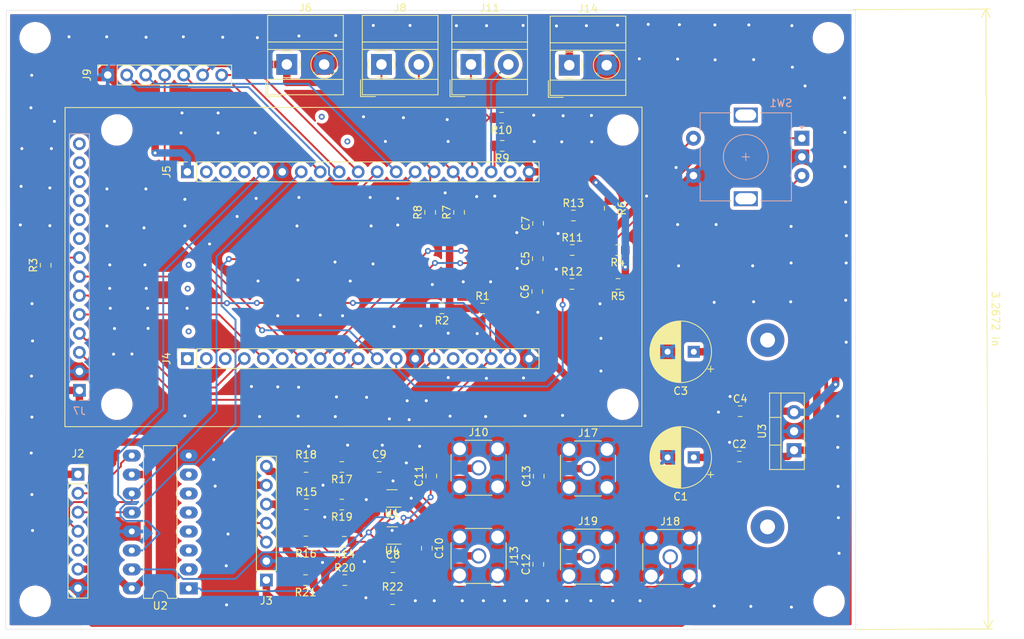
<source format=kicad_pcb>
(kicad_pcb (version 20171130) (host pcbnew "(5.1.5)-3")
  (layers (0 F.Cu signal) (31 B.Cu signal) (34 B.Paste user) (35 F.Paste user) (36 B.SilkS user) (37 F.SilkS user) (38 B.Mask user) (39 F.Mask user) (44 Edge.Cuts user))
  (net 0 "")
  (net 1 GND)
  (net 2 Vcc)
  (net 3 I3_1)
  (net 4 I2_1)
  (net 5 I1_1)
  (net 6 SCL_1)
  (net 7 SDA_1)
  (net 8 SDI)
  (net 9 SDO)
  (net 10 SCK)
  (net 11 CS)
  (net 12 RESET)
  (net 13 DC)
  (net 14 A1P)
  (net 15 A2P)
  (net 16 R1)
  (net 17 R2)
  (net 18 RCLK_2)
  (net 19 R2_2)
  (net 20 R1_2)
  (net 21 R3_2)
  (net 22 SER_2)
  (net 23 "Net-(J4-Pad3)")
  (net 24 "Net-(J4-Pad2)")
  (net 25 T_IRQ)
  (net 26 T_D0)
  (net 27 T_DIN)
  (net 28 T_CS)
  (net 29 T_CLK)
  (net 30 LED)
  (net 31 SCLK_2)
  (net 32 RXTX)
  (net 33 RIT)
  (net 34 "Net-(J2-Pad5)")
  (net 35 Dout)
  (net 36 V12V)
  (net 37 "Net-(J4-Pad16)")
  (net 38 "Net-(J4-Pad15)")
  (net 39 "Net-(J4-Pad6)")
  (net 40 "Net-(J4-Pad1)")
  (net 41 "Net-(J5-Pad3)")
  (net 42 "Net-(J5-Pad4)")
  (net 43 "Net-(J5-Pad18)")
  (net 44 "Net-(J5-Pad2)")
  (net 45 R1_2a)
  (net 46 R2_2a)
  (net 47 R3_2a)
  (net 48 A4P)
  (net 49 A3P)
  (net 50 A5P)
  (net 51 A6P)
  (net 52 "Net-(J18-Pad1)")
  (net 53 V33)
  (net 54 Qa)
  (net 55 Qb)
  (net 56 "Net-(U2-Pad2)")
  (net 57 "Net-(U2-Pad3)")
  (net 58 "Net-(U2-Pad4)")
  (net 59 "Net-(U2-Pad5)")
  (net 60 "Net-(U2-Pad6)")
  (net 61 "Net-(U2-Pad7)")
  (net 62 "Net-(C8-Pad2)")
  (net 63 "Net-(C8-Pad1)")
  (net 64 "Net-(C9-Pad1)")
  (net 65 "Net-(C9-Pad2)")
  (net 66 "Net-(C10-Pad1)")
  (net 67 "Net-(C10-Pad2)")
  (net 68 "Net-(C11-Pad2)")
  (net 69 "Net-(C11-Pad1)")
  (net 70 "Net-(C12-Pad2)")
  (net 71 "Net-(C12-Pad1)")
  (net 72 "Net-(C13-Pad1)")
  (net 73 "Net-(C13-Pad2)")
  (module Capacitor_SMD:C_0805_2012Metric_Pad1.15x1.40mm_HandSolder (layer F.Cu) (at 98.64344 124.36856 270)
    (fp_text reference C10 (at 0 -1.65 90) (layer F.SilkS))
    (fp_text value 100n)
    (pad 1 smd roundrect (at -1.025 0 270) (size 1.15 1.4) (layers F.Cu F.Paste F.Mask) (roundrect_rratio 0.217391) (net 66 "Net-(C10-Pad1)"))
    (pad 2 smd roundrect (at 1.025 0 270) (size 1.15 1.4) (layers F.Cu F.Paste F.Mask) (roundrect_rratio 0.217391) (net 67 "Net-(C10-Pad2)"))
  )
  (module Connector_PinSocket_2.54mm:PinSocket_1x19_P2.54mm_Vertical (layer F.Cu) (at 66.60388 98.9838 90)
    (fp_text reference J4 (at 0 -2.77 90) (layer F.SilkS))
    (fp_text value ESP32L)
    (pad 19 thru_hole oval (at 0 45.72 90) (size 1.7 1.7) (drill 1) (layers *.Cu *.Mask) (net 1 GND))
    (pad 18 thru_hole oval (at 0 43.18 90) (size 1.7 1.7) (drill 1) (layers *.Cu *.Mask) (net 8 SDI))
    (pad 17 thru_hole oval (at 0 40.64 90) (size 1.7 1.7) (drill 1) (layers *.Cu *.Mask) (net 6 SCL_1))
    (pad 16 thru_hole oval (at 0 38.1 90) (size 1.7 1.7) (drill 1) (layers *.Cu *.Mask) (net 37 "Net-(J4-Pad16)"))
    (pad 15 thru_hole oval (at 0 35.56 90) (size 1.7 1.7) (drill 1) (layers *.Cu *.Mask) (net 38 "Net-(J4-Pad15)"))
    (pad 14 thru_hole oval (at 0 33.02 90) (size 1.7 1.7) (drill 1) (layers *.Cu *.Mask) (net 7 SDA_1))
    (pad 13 thru_hole oval (at 0 30.48 90) (size 1.7 1.7) (drill 1) (layers *.Cu *.Mask) (net 1 GND))
    (pad 12 thru_hole oval (at 0 27.94 90) (size 1.7 1.7) (drill 1) (layers *.Cu *.Mask) (net 46 R2_2a))
    (pad 11 thru_hole oval (at 0 25.4 90) (size 1.7 1.7) (drill 1) (layers *.Cu *.Mask) (net 10 SCK))
    (pad 10 thru_hole oval (at 0 22.86 90) (size 1.7 1.7) (drill 1) (layers *.Cu *.Mask) (net 11 CS))
    (pad 9 thru_hole oval (at 0 20.32 90) (size 1.7 1.7) (drill 1) (layers *.Cu *.Mask) (net 45 R1_2a))
    (pad 8 thru_hole oval (at 0 17.78 90) (size 1.7 1.7) (drill 1) (layers *.Cu *.Mask) (net 47 R3_2a))
    (pad 7 thru_hole oval (at 0 15.24 90) (size 1.7 1.7) (drill 1) (layers *.Cu *.Mask) (net 49 A3P))
    (pad 6 thru_hole oval (at 0 12.7 90) (size 1.7 1.7) (drill 1) (layers *.Cu *.Mask) (net 39 "Net-(J4-Pad6)"))
    (pad 5 thru_hole oval (at 0 10.16 90) (size 1.7 1.7) (drill 1) (layers *.Cu *.Mask) (net 13 DC))
    (pad 4 thru_hole oval (at 0 7.62 90) (size 1.7 1.7) (drill 1) (layers *.Cu *.Mask) (net 12 RESET))
    (pad 3 thru_hole oval (at 0 5.08 90) (size 1.7 1.7) (drill 1) (layers *.Cu *.Mask) (net 23 "Net-(J4-Pad3)"))
    (pad 2 thru_hole oval (at 0 2.54 90) (size 1.7 1.7) (drill 1) (layers *.Cu *.Mask) (net 24 "Net-(J4-Pad2)"))
    (pad 1 thru_hole rect (at 0 0 90) (size 1.7 1.7) (drill 1) (layers *.Cu *.Mask) (net 40 "Net-(J4-Pad1)"))
  )
  (module Connector_PinSocket_2.54mm:PinSocket_1x19_P2.54mm_Vertical (layer F.Cu) (at 66.60388 73.9838 90)
    (fp_text reference J5 (at 0 -2.77 90) (layer F.SilkS))
    (fp_text value ESP32R)
    (pad 1 thru_hole rect (at 0 0 90) (size 1.7 1.7) (drill 1) (layers *.Cu *.Mask) (net 2 Vcc))
    (pad 2 thru_hole oval (at 0 2.54 90) (size 1.7 1.7) (drill 1) (layers *.Cu *.Mask) (net 44 "Net-(J5-Pad2)"))
    (pad 3 thru_hole oval (at 0 5.08 90) (size 1.7 1.7) (drill 1) (layers *.Cu *.Mask) (net 41 "Net-(J5-Pad3)"))
    (pad 4 thru_hole oval (at 0 7.62 90) (size 1.7 1.7) (drill 1) (layers *.Cu *.Mask) (net 42 "Net-(J5-Pad4)"))
    (pad 5 thru_hole oval (at 0 10.16 90) (size 1.7 1.7) (drill 1) (layers *.Cu *.Mask) (net 22 SER_2))
    (pad 6 thru_hole oval (at 0 12.7 90) (size 1.7 1.7) (drill 1) (layers *.Cu *.Mask) (net 1 GND))
    (pad 7 thru_hole oval (at 0 15.24 90) (size 1.7 1.7) (drill 1) (layers *.Cu *.Mask) (net 31 SCLK_2))
    (pad 8 thru_hole oval (at 0 17.78 90) (size 1.7 1.7) (drill 1) (layers *.Cu *.Mask) (net 48 A4P))
    (pad 9 thru_hole oval (at 0 20.32 90) (size 1.7 1.7) (drill 1) (layers *.Cu *.Mask) (net 51 A6P))
    (pad 10 thru_hole oval (at 0 22.86 90) (size 1.7 1.7) (drill 1) (layers *.Cu *.Mask) (net 50 A5P))
    (pad 11 thru_hole oval (at 0 25.4 90) (size 1.7 1.7) (drill 1) (layers *.Cu *.Mask) (net 18 RCLK_2))
    (pad 12 thru_hole oval (at 0 27.94 90) (size 1.7 1.7) (drill 1) (layers *.Cu *.Mask) (net 15 A2P))
    (pad 13 thru_hole oval (at 0 30.48 90) (size 1.7 1.7) (drill 1) (layers *.Cu *.Mask) (net 14 A1P))
    (pad 14 thru_hole oval (at 0 33.02 90) (size 1.7 1.7) (drill 1) (layers *.Cu *.Mask) (net 17 R2))
    (pad 15 thru_hole oval (at 0 35.56 90) (size 1.7 1.7) (drill 1) (layers *.Cu *.Mask) (net 16 R1))
    (pad 16 thru_hole oval (at 0 38.1 90) (size 1.7 1.7) (drill 1) (layers *.Cu *.Mask) (net 32 RXTX))
    (pad 17 thru_hole oval (at 0 40.64 90) (size 1.7 1.7) (drill 1) (layers *.Cu *.Mask) (net 33 RIT))
    (pad 18 thru_hole oval (at 0 43.18 90) (size 1.7 1.7) (drill 1) (layers *.Cu *.Mask) (net 43 "Net-(J5-Pad18)"))
    (pad 19 thru_hole oval (at 0 45.72 90) (size 1.7 1.7) (drill 1) (layers *.Cu *.Mask) (net 53 V33))
  )
  (module MountingHole:MountingHole_3.2mm_M3 (layer F.Cu) (at 152.35936 56.02224)
    (fp_text reference " " (at 0 -4.2) (layer F.SilkS))
    (fp_text value " ")
    (pad 1 np_thru_hole circle (at 0 0) (size 3.2 3.2) (drill 3.2) (layers *.Cu *.Mask))
  )
  (module Connector_Wire:SolderWirePad_1x01_Drill2mm (layer F.Cu) (at 144.2212 96.50476)
    (fp_text reference " " (at 0 -3.81) (layer F.SilkS))
    (fp_text value " ")
    (pad 1 thru_hole circle (at 0 0) (size 4.50088 4.50088) (drill 1.99898) (layers *.Cu *.Mask))
  )
  (module Connector_Wire:SolderWirePad_1x01_Drill2mm (layer F.Cu) (at 144.2212 121.50476)
    (fp_text reference " " (at 0 -3.81) (layer F.SilkS))
    (fp_text value " ")
    (pad 1 thru_hole circle (at 0 0) (size 4.50088 4.50088) (drill 1.99898) (layers *.Cu *.Mask))
  )
  (module Connector_PinSocket_2.54mm:PinSocket_1x07_P2.54mm_Vertical (layer F.Cu) (at 77.17536 128.63068 180)
    (fp_text reference J3 (at 0 -2.77) (layer F.SilkS))
    (fp_text value Si5351)
    (pad 1 thru_hole rect (at 0 0 180) (size 1.7 1.7) (drill 1) (layers *.Cu *.Mask) (net 53 V33))
    (pad 2 thru_hole oval (at 0 2.54 180) (size 1.7 1.7) (drill 1) (layers *.Cu *.Mask) (net 1 GND))
    (pad 3 thru_hole oval (at 0 5.08 180) (size 1.7 1.7) (drill 1) (layers *.Cu *.Mask) (net 7 SDA_1))
    (pad 4 thru_hole oval (at 0 7.62 180) (size 1.7 1.7) (drill 1) (layers *.Cu *.Mask) (net 6 SCL_1))
    (pad 5 thru_hole oval (at 0 10.16 180) (size 1.7 1.7) (drill 1) (layers *.Cu *.Mask) (net 5 I1_1))
    (pad 6 thru_hole oval (at 0 12.7 180) (size 1.7 1.7) (drill 1) (layers *.Cu *.Mask) (net 4 I2_1))
    (pad 7 thru_hole oval (at 0 15.24 180) (size 1.7 1.7) (drill 1) (layers *.Cu *.Mask) (net 3 I3_1))
  )
  (module TerminalBlock_MetzConnect:TerminalBlock_MetzConnect_Type011_RT05502HBWC_1x02_P5.00mm_Horizontal (layer F.Cu) (at 104.5464 59.59856)
    (fp_text reference J11 (at 2.5 -7.56) (layer F.SilkS))
    (fp_text value RxTx)
    (pad 1 thru_hole rect (at 0 0) (size 2.8 2.8) (drill 1.4) (layers *.Cu *.Mask) (net 32 RXTX))
    (pad 2 thru_hole circle (at 5 0) (size 2.8 2.8) (drill 1.4) (layers *.Cu *.Mask) (net 33 RIT))
  )
  (module TerminalBlock_MetzConnect:TerminalBlock_MetzConnect_Type011_RT05502HBWC_1x02_P5.00mm_Horizontal (layer F.Cu) (at 79.9084 59.59856)
    (fp_text reference J6 (at 2.5 -7.56) (layer F.SilkS))
    (fp_text value "Rotery Encoder1")
    (pad 2 thru_hole circle (at 5 0) (size 2.8 2.8) (drill 1.4) (layers *.Cu *.Mask) (net 1 GND))
    (pad 1 thru_hole rect (at 0 0) (size 2.8 2.8) (drill 1.4) (layers *.Cu *.Mask) (net 2 Vcc))
  )
  (module Connector_PinSocket_2.54mm:PinSocket_1x14_P2.54mm_Vertical (layer B.Cu) (at 52.16144 103.23576)
    (fp_text reference J7 (at 0 2.77) (layer B.SilkS) (effects (justify mirror)))
    (fp_text value ILI9341)
    (pad 1 thru_hole rect (at 0 0) (size 1.7 1.7) (drill 1) (layers *.Cu *.Mask) (net 2 Vcc))
    (pad 2 thru_hole oval (at 0 -2.54) (size 1.7 1.7) (drill 1) (layers *.Cu *.Mask) (net 1 GND))
    (pad 3 thru_hole oval (at 0 -5.08) (size 1.7 1.7) (drill 1) (layers *.Cu *.Mask) (net 11 CS))
    (pad 4 thru_hole oval (at 0 -7.62) (size 1.7 1.7) (drill 1) (layers *.Cu *.Mask) (net 12 RESET))
    (pad 5 thru_hole oval (at 0 -10.16) (size 1.7 1.7) (drill 1) (layers *.Cu *.Mask) (net 13 DC))
    (pad 6 thru_hole oval (at 0 -12.7) (size 1.7 1.7) (drill 1) (layers *.Cu *.Mask) (net 8 SDI))
    (pad 7 thru_hole oval (at 0 -15.24) (size 1.7 1.7) (drill 1) (layers *.Cu *.Mask) (net 10 SCK))
    (pad 8 thru_hole oval (at 0 -17.78) (size 1.7 1.7) (drill 1) (layers *.Cu *.Mask) (net 30 LED))
    (pad 9 thru_hole oval (at 0 -20.32) (size 1.7 1.7) (drill 1) (layers *.Cu *.Mask) (net 9 SDO))
    (pad 10 thru_hole oval (at 0 -22.86) (size 1.7 1.7) (drill 1) (layers *.Cu *.Mask) (net 29 T_CLK))
    (pad 11 thru_hole oval (at 0 -25.4) (size 1.7 1.7) (drill 1) (layers *.Cu *.Mask) (net 28 T_CS))
    (pad 12 thru_hole oval (at 0 -27.94) (size 1.7 1.7) (drill 1) (layers *.Cu *.Mask) (net 27 T_DIN))
    (pad 13 thru_hole oval (at 0 -30.48) (size 1.7 1.7) (drill 1) (layers *.Cu *.Mask) (net 26 T_D0))
    (pad 14 thru_hole oval (at 0 -33.02) (size 1.7 1.7) (drill 1) (layers *.Cu *.Mask) (net 25 T_IRQ))
  )
  (module MountingHole:MountingHole_3.2mm_M3 (layer F.Cu) (at 46.24832 131.4704)
    (fp_text reference " " (at 0 -4.2) (layer F.SilkS))
    (fp_text value " ")
    (pad 1 np_thru_hole circle (at 0 0) (size 3.2 3.2) (drill 3.2) (layers *.Cu *.Mask))
  )
  (module MountingHole:MountingHole_3.2mm_M3 (layer F.Cu) (at 46.24832 56.02224)
    (fp_text reference " " (at 0 -4.2) (layer F.SilkS))
    (fp_text value " ")
    (pad 1 np_thru_hole circle (at 0 0) (size 3.2 3.2) (drill 3.2) (layers *.Cu *.Mask))
  )
  (module MountingHole:MountingHole_3.2mm_M3 (layer F.Cu) (at 152.4508 131.4704)
    (fp_text reference " " (at 0 -4.2) (layer F.SilkS))
    (fp_text value " ")
    (pad 1 np_thru_hole circle (at 0 0) (size 3.2 3.2) (drill 3.2) (layers *.Cu *.Mask))
  )
  (module MountingHole:MountingHole_3.2mm_M3 (layer F.Cu) (at 57.17136 105.09452)
    (fp_text reference " " (at 0 -4.2) (layer F.SilkS))
    (fp_text value " ")
    (pad 1 np_thru_hole circle (at 0 0) (size 3.2 3.2) (drill 3.2) (layers *.Cu *.Mask))
  )
  (module MountingHole:MountingHole_3.2mm_M3 (layer F.Cu) (at 124.87136 105.09452)
    (fp_text reference " " (at 0 -4.2) (layer F.SilkS))
    (fp_text value " ")
    (pad 1 np_thru_hole circle (at 0 0) (size 3.2 3.2) (drill 3.2) (layers *.Cu *.Mask))
  )
  (module MountingHole:MountingHole_3.2mm_M3 (layer F.Cu) (at 124.87136 68.37452)
    (fp_text reference " " (at 0 -4.2) (layer F.SilkS))
    (fp_text value " ")
    (pad 1 np_thru_hole circle (at 0 0) (size 3.2 3.2) (drill 3.2) (layers *.Cu *.Mask))
  )
  (module MountingHole:MountingHole_3.2mm_M3 (layer F.Cu) (at 57.17136 68.37452)
    (fp_text reference " " (at 0 -4.2) (layer F.SilkS))
    (fp_text value " ")
    (pad 1 np_thru_hole circle (at 0 0) (size 3.2 3.2) (drill 3.2) (layers *.Cu *.Mask))
  )
  (module Rotary_Encoder:RotaryEncoder_Alps_EC11E-Switch_Vertical_H20mm (layer B.Cu) (at 148.80844 69.47916 180)
    (fp_text reference SW1 (at 2.8 4.7) (layer B.SilkS) (effects (justify mirror)))
    (fp_text value Rotary_Encoder_Switch)
    (pad A thru_hole rect (at 0 0 180) (size 2 2) (drill 1) (layers *.Cu *.Mask) (net 20 R1_2))
    (pad C thru_hole circle (at 0 -2.5 180) (size 2 2) (drill 1) (layers *.Cu *.Mask) (net 1 GND))
    (pad B thru_hole circle (at 0 -5 180) (size 2 2) (drill 1) (layers *.Cu *.Mask) (net 19 R2_2))
    (pad MP thru_hole rect (at 7.5 3.1 180) (size 3.2 2) (drill oval 2.8 1.5) (layers *.Cu *.Mask))
    (pad MP thru_hole rect (at 7.5 -8.1 180) (size 3.2 2) (drill oval 2.8 1.5) (layers *.Cu *.Mask))
    (pad S2 thru_hole circle (at 14.5 0 180) (size 2 2) (drill 1) (layers *.Cu *.Mask) (net 21 R3_2))
    (pad S1 thru_hole circle (at 14.5 -5 180) (size 2 2) (drill 1) (layers *.Cu *.Mask) (net 1 GND))
  )
  (module TerminalBlock_MetzConnect:TerminalBlock_MetzConnect_Type011_RT05502HBWC_1x02_P5.00mm_Horizontal (layer F.Cu) (at 92.57284 59.59856)
    (fp_text reference J8 (at 2.5 -7.56) (layer F.SilkS))
    (fp_text value "Rotery Encoder2")
    (pad 2 thru_hole circle (at 5 0) (size 2.8 2.8) (drill 1.4) (layers *.Cu *.Mask) (net 16 R1))
    (pad 1 thru_hole rect (at 0 0) (size 2.8 2.8) (drill 1.4) (layers *.Cu *.Mask) (net 17 R2))
  )
  (module Package_DIP:DIP-16_W7.62mm_LongPads (layer F.Cu) (at 66.79184 129.7432 180)
    (fp_text reference U2 (at 3.81 -2.33) (layer F.SilkS))
    (fp_text value 74HC595)
    (pad 1 thru_hole rect (at 0 0 180) (size 2.4 1.6) (drill 0.8) (layers *.Cu *.Mask) (net 55 Qb))
    (pad 9 thru_hole oval (at 7.62 17.78 180) (size 2.4 1.6) (drill 0.8) (layers *.Cu *.Mask) (net 35 Dout))
    (pad 2 thru_hole oval (at 0 2.54 180) (size 2.4 1.6) (drill 0.8) (layers *.Cu *.Mask) (net 56 "Net-(U2-Pad2)"))
    (pad 10 thru_hole oval (at 7.62 15.24 180) (size 2.4 1.6) (drill 0.8) (layers *.Cu *.Mask) (net 2 Vcc))
    (pad 3 thru_hole oval (at 0 5.08 180) (size 2.4 1.6) (drill 0.8) (layers *.Cu *.Mask) (net 57 "Net-(U2-Pad3)"))
    (pad 11 thru_hole oval (at 7.62 12.7 180) (size 2.4 1.6) (drill 0.8) (layers *.Cu *.Mask) (net 31 SCLK_2))
    (pad 4 thru_hole oval (at 0 7.62 180) (size 2.4 1.6) (drill 0.8) (layers *.Cu *.Mask) (net 58 "Net-(U2-Pad4)"))
    (pad 12 thru_hole oval (at 7.62 10.16 180) (size 2.4 1.6) (drill 0.8) (layers *.Cu *.Mask) (net 18 RCLK_2))
    (pad 5 thru_hole oval (at 0 10.16 180) (size 2.4 1.6) (drill 0.8) (layers *.Cu *.Mask) (net 59 "Net-(U2-Pad5)"))
    (pad 13 thru_hole oval (at 7.62 7.62 180) (size 2.4 1.6) (drill 0.8) (layers *.Cu *.Mask) (net 1 GND))
    (pad 6 thru_hole oval (at 0 12.7 180) (size 2.4 1.6) (drill 0.8) (layers *.Cu *.Mask) (net 60 "Net-(U2-Pad6)"))
    (pad 14 thru_hole oval (at 7.62 5.08 180) (size 2.4 1.6) (drill 0.8) (layers *.Cu *.Mask) (net 22 SER_2))
    (pad 7 thru_hole oval (at 0 15.24 180) (size 2.4 1.6) (drill 0.8) (layers *.Cu *.Mask) (net 61 "Net-(U2-Pad7)"))
    (pad 15 thru_hole oval (at 7.62 2.54 180) (size 2.4 1.6) (drill 0.8) (layers *.Cu *.Mask) (net 54 Qa))
    (pad 8 thru_hole oval (at 0 17.78 180) (size 2.4 1.6) (drill 0.8) (layers *.Cu *.Mask) (net 1 GND))
    (pad 16 thru_hole oval (at 7.62 0 180) (size 2.4 1.6) (drill 0.8) (layers *.Cu *.Mask) (net 2 Vcc))
  )
  (module Connector_Coaxial:SMA_Amphenol_132134_Vertical (layer F.Cu) (at 105.56748 125.3998 270)
    (fp_text reference J13 (at 0 -4.75 90) (layer F.SilkS))
    (fp_text value "Link-out 1b")
    (pad 1 thru_hole circle (at 0 0 270) (size 2.05 2.05) (drill 1.5) (layers *.Cu *.Mask) (net 67 "Net-(C10-Pad2)"))
    (pad 2 thru_hole circle (at 2.54 2.54 270) (size 2.25 2.25) (drill 1.7) (layers *.Cu *.Mask) (net 1 GND))
    (pad 2 thru_hole circle (at 2.54 -2.54 270) (size 2.25 2.25) (drill 1.7) (layers *.Cu *.Mask) (net 1 GND))
    (pad 2 thru_hole circle (at -2.54 -2.54 270) (size 2.25 2.25) (drill 1.7) (layers *.Cu *.Mask) (net 1 GND))
    (pad 2 thru_hole circle (at -2.54 2.54 270) (size 2.25 2.25) (drill 1.7) (layers *.Cu *.Mask) (net 1 GND))
  )
  (module Connector_Coaxial:SMA_Amphenol_132134_Vertical (layer F.Cu) (at 120.19788 113.6904)
    (fp_text reference J17 (at 0 -4.75) (layer F.SilkS))
    (fp_text value "Link-out 2a")
    (pad 1 thru_hole circle (at 0 0) (size 2.05 2.05) (drill 1.5) (layers *.Cu *.Mask) (net 73 "Net-(C13-Pad2)"))
    (pad 2 thru_hole circle (at 2.54 2.54) (size 2.25 2.25) (drill 1.7) (layers *.Cu *.Mask) (net 1 GND))
    (pad 2 thru_hole circle (at 2.54 -2.54) (size 2.25 2.25) (drill 1.7) (layers *.Cu *.Mask) (net 1 GND))
    (pad 2 thru_hole circle (at -2.54 -2.54) (size 2.25 2.25) (drill 1.7) (layers *.Cu *.Mask) (net 1 GND))
    (pad 2 thru_hole circle (at -2.54 2.54) (size 2.25 2.25) (drill 1.7) (layers *.Cu *.Mask) (net 1 GND))
  )
  (module Connector_Coaxial:SMA_Amphenol_132134_Vertical (layer F.Cu) (at 120.19788 125.49124)
    (fp_text reference J19 (at 0 -4.75) (layer F.SilkS))
    (fp_text value "Link-out 2b")
    (pad 1 thru_hole circle (at 0 0) (size 2.05 2.05) (drill 1.5) (layers *.Cu *.Mask) (net 70 "Net-(C12-Pad2)"))
    (pad 2 thru_hole circle (at 2.54 2.54) (size 2.25 2.25) (drill 1.7) (layers *.Cu *.Mask) (net 1 GND))
    (pad 2 thru_hole circle (at 2.54 -2.54) (size 2.25 2.25) (drill 1.7) (layers *.Cu *.Mask) (net 1 GND))
    (pad 2 thru_hole circle (at -2.54 -2.54) (size 2.25 2.25) (drill 1.7) (layers *.Cu *.Mask) (net 1 GND))
    (pad 2 thru_hole circle (at -2.54 2.54) (size 2.25 2.25) (drill 1.7) (layers *.Cu *.Mask) (net 1 GND))
  )
  (module Connector_Coaxial:SMA_Amphenol_132134_Vertical (layer F.Cu) (at 105.56748 113.59896)
    (fp_text reference J10 (at 0 -4.75) (layer F.SilkS))
    (fp_text value "Link-out 1a")
    (pad 1 thru_hole circle (at 0 0) (size 2.05 2.05) (drill 1.5) (layers *.Cu *.Mask) (net 68 "Net-(C11-Pad2)"))
    (pad 2 thru_hole circle (at 2.54 2.54) (size 2.25 2.25) (drill 1.7) (layers *.Cu *.Mask) (net 1 GND))
    (pad 2 thru_hole circle (at 2.54 -2.54) (size 2.25 2.25) (drill 1.7) (layers *.Cu *.Mask) (net 1 GND))
    (pad 2 thru_hole circle (at -2.54 -2.54) (size 2.25 2.25) (drill 1.7) (layers *.Cu *.Mask) (net 1 GND))
    (pad 2 thru_hole circle (at -2.54 2.54) (size 2.25 2.25) (drill 1.7) (layers *.Cu *.Mask) (net 1 GND))
  )
  (module Connector_PinSocket_2.54mm:PinSocket_1x07_P2.54mm_Vertical (layer F.Cu) (at 51.97348 114.47272)
    (fp_text reference J2 (at 0 -2.77) (layer F.SilkS))
    (fp_text value Conn_01x07_Female)
    (pad 1 thru_hole rect (at 0 0) (size 1.7 1.7) (drill 1) (layers *.Cu *.Mask) (net 36 V12V))
    (pad 2 thru_hole oval (at 0 2.54) (size 1.7 1.7) (drill 1) (layers *.Cu *.Mask) (net 35 Dout))
    (pad 3 thru_hole oval (at 0 5.08) (size 1.7 1.7) (drill 1) (layers *.Cu *.Mask) (net 18 RCLK_2))
    (pad 4 thru_hole oval (at 0 7.62) (size 1.7 1.7) (drill 1) (layers *.Cu *.Mask) (net 31 SCLK_2))
    (pad 5 thru_hole oval (at 0 10.16) (size 1.7 1.7) (drill 1) (layers *.Cu *.Mask) (net 34 "Net-(J2-Pad5)"))
    (pad 6 thru_hole oval (at 0 12.7) (size 1.7 1.7) (drill 1) (layers *.Cu *.Mask) (net 2 Vcc))
    (pad 7 thru_hole oval (at 0 15.24) (size 1.7 1.7) (drill 1) (layers *.Cu *.Mask) (net 1 GND))
  )
  (module TerminalBlock_MetzConnect:TerminalBlock_MetzConnect_Type011_RT05502HBWC_1x02_P5.00mm_Horizontal (layer F.Cu) (at 117.69852 59.70016)
    (fp_text reference J14 (at 2.5 -7.56) (layer F.SilkS))
    (fp_text value V12)
    (pad 1 thru_hole rect (at 0 0) (size 2.8 2.8) (drill 1.4) (layers *.Cu *.Mask) (net 36 V12V))
    (pad 2 thru_hole circle (at 5 0) (size 2.8 2.8) (drill 1.4) (layers *.Cu *.Mask) (net 1 GND))
  )
  (module Package_TO_SOT_THT:TO-220-3_Vertical (layer F.Cu) (at 147.76704 111.24692 90)
    (fp_text reference U3 (at 2.54 -4.27 90) (layer F.SilkS))
    (fp_text value L7805)
    (pad 1 thru_hole rect (at 0 0 90) (size 1.905 2) (drill 1.1) (layers *.Cu *.Mask) (net 36 V12V))
    (pad 2 thru_hole oval (at 2.54 0 90) (size 1.905 2) (drill 1.1) (layers *.Cu *.Mask) (net 1 GND))
    (pad 3 thru_hole oval (at 5.08 0 90) (size 1.905 2) (drill 1.1) (layers *.Cu *.Mask) (net 2 Vcc))
  )
  (module Connector_PinSocket_2.54mm:PinSocket_1x07_P2.54mm_Vertical (layer F.Cu) (at 55.9562 61.01588 90)
    (fp_text reference J9 (at 0 -2.77 90) (layer F.SilkS))
    (fp_text value "Analog in 3-6")
    (pad 1 thru_hole rect (at 0 0 90) (size 1.7 1.7) (drill 1) (layers *.Cu *.Mask) (net 1 GND))
    (pad 2 thru_hole oval (at 0 2.54 90) (size 1.7 1.7) (drill 1) (layers *.Cu *.Mask) (net 14 A1P))
    (pad 3 thru_hole oval (at 0 5.08 90) (size 1.7 1.7) (drill 1) (layers *.Cu *.Mask) (net 15 A2P))
    (pad 4 thru_hole oval (at 0 7.62 90) (size 1.7 1.7) (drill 1) (layers *.Cu *.Mask) (net 49 A3P))
    (pad 5 thru_hole oval (at 0 10.16 90) (size 1.7 1.7) (drill 1) (layers *.Cu *.Mask) (net 48 A4P))
    (pad 6 thru_hole oval (at 0 12.7 90) (size 1.7 1.7) (drill 1) (layers *.Cu *.Mask) (net 50 A5P))
    (pad 7 thru_hole oval (at 0 15.24 90) (size 1.7 1.7) (drill 1) (layers *.Cu *.Mask) (net 51 A6P))
  )
  (module Connector_Coaxial:SMA_Amphenol_132134_Vertical (layer F.Cu) (at 131.20624 125.53696)
    (fp_text reference J18 (at 0 -4.75) (layer F.SilkS))
    (fp_text value "Link-out 3")
    (pad 1 thru_hole circle (at 0 0) (size 2.05 2.05) (drill 1.5) (layers *.Cu *.Mask) (net 52 "Net-(J18-Pad1)"))
    (pad 2 thru_hole circle (at 2.54 2.54) (size 2.25 2.25) (drill 1.7) (layers *.Cu *.Mask) (net 1 GND))
    (pad 2 thru_hole circle (at 2.54 -2.54) (size 2.25 2.25) (drill 1.7) (layers *.Cu *.Mask) (net 1 GND))
    (pad 2 thru_hole circle (at -2.54 -2.54) (size 2.25 2.25) (drill 1.7) (layers *.Cu *.Mask) (net 1 GND))
    (pad 2 thru_hole circle (at -2.54 2.54) (size 2.25 2.25) (drill 1.7) (layers *.Cu *.Mask) (net 1 GND))
  )
  (module Capacitor_SMD:C_0805_2012Metric_Pad1.15x1.40mm_HandSolder (layer F.Cu) (at 140.44792 112.08512)
    (fp_text reference C2 (at 0 -1.65) (layer F.SilkS))
    (fp_text value 100n)
    (pad 2 smd roundrect (at 1.025 0) (size 1.15 1.4) (layers F.Cu F.Paste F.Mask) (roundrect_rratio 0.217391) (net 36 V12V))
    (pad 1 smd roundrect (at -1.025 0) (size 1.15 1.4) (layers F.Cu F.Paste F.Mask) (roundrect_rratio 0.217391) (net 1 GND))
  )
  (module Capacitor_SMD:C_0805_2012Metric_Pad1.15x1.40mm_HandSolder (layer F.Cu) (at 140.56476 106.02468)
    (fp_text reference C4 (at 0 -1.65) (layer F.SilkS))
    (fp_text value 100n)
    (pad 1 smd roundrect (at -1.025 0) (size 1.15 1.4) (layers F.Cu F.Paste F.Mask) (roundrect_rratio 0.217391) (net 1 GND))
    (pad 2 smd roundrect (at 1.025 0) (size 1.15 1.4) (layers F.Cu F.Paste F.Mask) (roundrect_rratio 0.217391) (net 2 Vcc))
  )
  (module Capacitor_SMD:C_0805_2012Metric_Pad1.15x1.40mm_HandSolder (layer F.Cu) (at 113.4872 85.598 90)
    (fp_text reference C5 (at 0 -1.65 90) (layer F.SilkS))
    (fp_text value 10n)
    (pad 2 smd roundrect (at 1.025 0 90) (size 1.15 1.4) (layers F.Cu F.Paste F.Mask) (roundrect_rratio 0.217391) (net 45 R1_2a))
    (pad 1 smd roundrect (at -1.025 0 90) (size 1.15 1.4) (layers F.Cu F.Paste F.Mask) (roundrect_rratio 0.217391) (net 1 GND))
  )
  (module Capacitor_SMD:C_0805_2012Metric_Pad1.15x1.40mm_HandSolder (layer F.Cu) (at 113.411 90.00744 90)
    (fp_text reference C6 (at 0 -1.65 90) (layer F.SilkS))
    (fp_text value 10n)
    (pad 1 smd roundrect (at -1.025 0 90) (size 1.15 1.4) (layers F.Cu F.Paste F.Mask) (roundrect_rratio 0.217391) (net 1 GND))
    (pad 2 smd roundrect (at 1.025 0 90) (size 1.15 1.4) (layers F.Cu F.Paste F.Mask) (roundrect_rratio 0.217391) (net 46 R2_2a))
  )
  (module Capacitor_SMD:C_0805_2012Metric_Pad1.15x1.40mm_HandSolder (layer F.Cu) (at 113.52784 80.87868 90)
    (fp_text reference C7 (at 0 -1.65 90) (layer F.SilkS))
    (fp_text value 10n)
    (pad 1 smd roundrect (at -1.025 0 90) (size 1.15 1.4) (layers F.Cu F.Paste F.Mask) (roundrect_rratio 0.217391) (net 1 GND))
    (pad 2 smd roundrect (at 1.025 0 90) (size 1.15 1.4) (layers F.Cu F.Paste F.Mask) (roundrect_rratio 0.217391) (net 47 R3_2a))
  )
  (module Resistor_SMD:R_0805_2012Metric_Pad1.15x1.40mm_HandSolder (layer F.Cu) (at 106.10088 92.27312)
    (fp_text reference R1 (at 0 -1.65) (layer F.SilkS))
    (fp_text value 2.2k)
    (pad 1 smd roundrect (at -1.025 0) (size 1.15 1.4) (layers F.Cu F.Paste F.Mask) (roundrect_rratio 0.217391) (net 53 V33))
    (pad 2 smd roundrect (at 1.025 0) (size 1.15 1.4) (layers F.Cu F.Paste F.Mask) (roundrect_rratio 0.217391) (net 6 SCL_1))
  )
  (module Resistor_SMD:R_0805_2012Metric_Pad1.15x1.40mm_HandSolder (layer F.Cu) (at 100.6602 92.24888 180)
    (fp_text reference R2 (at 0 -1.65) (layer F.SilkS))
    (fp_text value 2.2k)
    (pad 2 smd roundrect (at 1.025 0 180) (size 1.15 1.4) (layers F.Cu F.Paste F.Mask) (roundrect_rratio 0.217391) (net 7 SDA_1))
    (pad 1 smd roundrect (at -1.025 0 180) (size 1.15 1.4) (layers F.Cu F.Paste F.Mask) (roundrect_rratio 0.217391) (net 53 V33))
  )
  (module Resistor_SMD:R_0805_2012Metric_Pad1.15x1.40mm_HandSolder (layer F.Cu) (at 47.65548 86.487 90)
    (fp_text reference R3 (at 0 -1.65 90) (layer F.SilkS))
    (fp_text value 150)
    (pad 1 smd roundrect (at -1.025 0 90) (size 1.15 1.4) (layers F.Cu F.Paste F.Mask) (roundrect_rratio 0.217391) (net 2 Vcc))
    (pad 2 smd roundrect (at 1.025 0 90) (size 1.15 1.4) (layers F.Cu F.Paste F.Mask) (roundrect_rratio 0.217391) (net 30 LED))
  )
  (module Resistor_SMD:R_0805_2012Metric_Pad1.15x1.40mm_HandSolder (layer F.Cu) (at 124.17044 84.46516 180)
    (fp_text reference R4 (at 0 -1.65) (layer F.SilkS))
    (fp_text value 10k)
    (pad 1 smd roundrect (at -1.025 0 180) (size 1.15 1.4) (layers F.Cu F.Paste F.Mask) (roundrect_rratio 0.217391) (net 53 V33))
    (pad 2 smd roundrect (at 1.025 0 180) (size 1.15 1.4) (layers F.Cu F.Paste F.Mask) (roundrect_rratio 0.217391) (net 20 R1_2))
  )
  (module Resistor_SMD:R_0805_2012Metric_Pad1.15x1.40mm_HandSolder (layer F.Cu) (at 124.21108 88.98128 180)
    (fp_text reference R5 (at 0 -1.65) (layer F.SilkS))
    (fp_text value 10k)
    (pad 2 smd roundrect (at 1.025 0 180) (size 1.15 1.4) (layers F.Cu F.Paste F.Mask) (roundrect_rratio 0.217391) (net 19 R2_2))
    (pad 1 smd roundrect (at -1.025 0 180) (size 1.15 1.4) (layers F.Cu F.Paste F.Mask) (roundrect_rratio 0.217391) (net 53 V33))
  )
  (module Resistor_SMD:R_0805_2012Metric_Pad1.15x1.40mm_HandSolder (layer F.Cu) (at 123.10872 78.85176 270)
    (fp_text reference R6 (at 0 -1.65 90) (layer F.SilkS))
    (fp_text value 10k)
    (pad 1 smd roundrect (at -1.025 0 270) (size 1.15 1.4) (layers F.Cu F.Paste F.Mask) (roundrect_rratio 0.217391) (net 53 V33))
    (pad 2 smd roundrect (at 1.025 0 270) (size 1.15 1.4) (layers F.Cu F.Paste F.Mask) (roundrect_rratio 0.217391) (net 21 R3_2))
  )
  (module Resistor_SMD:R_0805_2012Metric_Pad1.15x1.40mm_HandSolder (layer F.Cu) (at 102.95636 79.4004 90)
    (fp_text reference R7 (at 0 -1.65 90) (layer F.SilkS))
    (fp_text value 2.2k)
    (pad 1 smd roundrect (at -1.025 0 90) (size 1.15 1.4) (layers F.Cu F.Paste F.Mask) (roundrect_rratio 0.217391) (net 53 V33))
    (pad 2 smd roundrect (at 1.025 0 90) (size 1.15 1.4) (layers F.Cu F.Paste F.Mask) (roundrect_rratio 0.217391) (net 16 R1))
  )
  (module Resistor_SMD:R_0805_2012Metric_Pad1.15x1.40mm_HandSolder (layer F.Cu) (at 99.0854 79.4004 90)
    (fp_text reference R8 (at 0 -1.65 90) (layer F.SilkS))
    (fp_text value 2.2k)
    (pad 2 smd roundrect (at 1.025 0 90) (size 1.15 1.4) (layers F.Cu F.Paste F.Mask) (roundrect_rratio 0.217391) (net 17 R2))
    (pad 1 smd roundrect (at -1.025 0 90) (size 1.15 1.4) (layers F.Cu F.Paste F.Mask) (roundrect_rratio 0.217391) (net 53 V33))
  )
  (module Resistor_SMD:R_0805_2012Metric_Pad1.15x1.40mm_HandSolder (layer F.Cu) (at 108.72216 70.50024 180)
    (fp_text reference R9 (at 0 -1.65) (layer F.SilkS))
    (fp_text value 2.2k)
    (pad 1 smd roundrect (at -1.025 0 180) (size 1.15 1.4) (layers F.Cu F.Paste F.Mask) (roundrect_rratio 0.217391) (net 53 V33))
    (pad 2 smd roundrect (at 1.025 0 180) (size 1.15 1.4) (layers F.Cu F.Paste F.Mask) (roundrect_rratio 0.217391) (net 33 RIT))
  )
  (module Resistor_SMD:R_0805_2012Metric_Pad1.15x1.40mm_HandSolder (layer F.Cu) (at 108.6358 66.74104 180)
    (fp_text reference R10 (at 0 -1.65) (layer F.SilkS))
    (fp_text value 2.2k)
    (pad 1 smd roundrect (at -1.025 0 180) (size 1.15 1.4) (layers F.Cu F.Paste F.Mask) (roundrect_rratio 0.217391) (net 53 V33))
    (pad 2 smd roundrect (at 1.025 0 180) (size 1.15 1.4) (layers F.Cu F.Paste F.Mask) (roundrect_rratio 0.217391) (net 32 RXTX))
  )
  (module Resistor_SMD:R_0805_2012Metric_Pad1.15x1.40mm_HandSolder (layer F.Cu) (at 118.09476 84.44484)
    (fp_text reference R11 (at 0 -1.65) (layer F.SilkS))
    (fp_text value 10k)
    (pad 1 smd roundrect (at -1.025 0) (size 1.15 1.4) (layers F.Cu F.Paste F.Mask) (roundrect_rratio 0.217391) (net 45 R1_2a))
    (pad 2 smd roundrect (at 1.025 0) (size 1.15 1.4) (layers F.Cu F.Paste F.Mask) (roundrect_rratio 0.217391) (net 20 R1_2))
  )
  (module Resistor_SMD:R_0805_2012Metric_Pad1.15x1.40mm_HandSolder (layer F.Cu) (at 118.04904 88.99144)
    (fp_text reference R12 (at 0 -1.65) (layer F.SilkS))
    (fp_text value 10k)
    (pad 2 smd roundrect (at 1.025 0) (size 1.15 1.4) (layers F.Cu F.Paste F.Mask) (roundrect_rratio 0.217391) (net 19 R2_2))
    (pad 1 smd roundrect (at -1.025 0) (size 1.15 1.4) (layers F.Cu F.Paste F.Mask) (roundrect_rratio 0.217391) (net 46 R2_2a))
  )
  (module Resistor_SMD:R_0805_2012Metric_Pad1.15x1.40mm_HandSolder (layer F.Cu) (at 118.24716 79.82712)
    (fp_text reference R13 (at 0 -1.65) (layer F.SilkS))
    (fp_text value 10k)
    (pad 2 smd roundrect (at 1.025 0) (size 1.15 1.4) (layers F.Cu F.Paste F.Mask) (roundrect_rratio 0.217391) (net 21 R3_2))
    (pad 1 smd roundrect (at -1.025 0) (size 1.15 1.4) (layers F.Cu F.Paste F.Mask) (roundrect_rratio 0.217391) (net 47 R3_2a))
  )
  (module Resistor_SMD:R_0805_2012Metric_Pad1.15x1.40mm_HandSolder (layer F.Cu) (at 87.6046 123.50496 180)
    (fp_text reference R14 (at 0 -1.65) (layer F.SilkS))
    (fp_text value 71)
    (pad 2 smd roundrect (at 1.025 0 180) (size 1.15 1.4) (layers F.Cu F.Paste F.Mask) (roundrect_rratio 0.217391) (net 3 I3_1))
    (pad 1 smd roundrect (at -1.025 0 180) (size 1.15 1.4) (layers F.Cu F.Paste F.Mask) (roundrect_rratio 0.217391) (net 63 "Net-(C8-Pad1)"))
  )
  (module Resistor_SMD:R_0805_2012Metric_Pad1.15x1.40mm_HandSolder (layer F.Cu) (at 82.52968 118.491)
    (fp_text reference R15 (at 0 -1.65) (layer F.SilkS))
    (fp_text value 100)
    (pad 2 smd roundrect (at 1.025 0) (size 1.15 1.4) (layers F.Cu F.Paste F.Mask) (roundrect_rratio 0.217391) (net 1 GND))
    (pad 1 smd roundrect (at -1.025 0) (size 1.15 1.4) (layers F.Cu F.Paste F.Mask) (roundrect_rratio 0.217391) (net 3 I3_1))
  )
  (module Resistor_SMD:R_0805_2012Metric_Pad1.15x1.40mm_HandSolder (layer F.Cu) (at 82.46756 123.44908 180)
    (fp_text reference R16 (at 0 -1.65) (layer F.SilkS))
    (fp_text value 100)
    (pad 1 smd roundrect (at -1.025 0 180) (size 1.15 1.4) (layers F.Cu F.Paste F.Mask) (roundrect_rratio 0.217391) (net 63 "Net-(C8-Pad1)"))
    (pad 2 smd roundrect (at 1.025 0 180) (size 1.15 1.4) (layers F.Cu F.Paste F.Mask) (roundrect_rratio 0.217391) (net 1 GND))
  )
  (module Resistor_SMD:R_0805_2012Metric_Pad1.15x1.40mm_HandSolder (layer F.Cu) (at 87.26932 113.49228 180)
    (fp_text reference R17 (at 0 -1.65) (layer F.SilkS))
    (fp_text value 71)
    (pad 2 smd roundrect (at 1.025 0 180) (size 1.15 1.4) (layers F.Cu F.Paste F.Mask) (roundrect_rratio 0.217391) (net 4 I2_1))
    (pad 1 smd roundrect (at -1.025 0 180) (size 1.15 1.4) (layers F.Cu F.Paste F.Mask) (roundrect_rratio 0.217391) (net 64 "Net-(C9-Pad1)"))
  )
  (module Resistor_SMD:R_0805_2012Metric_Pad1.15x1.40mm_HandSolder (layer F.Cu) (at 82.48396 113.49228)
    (fp_text reference R18 (at 0 -1.65) (layer F.SilkS))
    (fp_text value 100)
    (pad 1 smd roundrect (at -1.025 0) (size 1.15 1.4) (layers F.Cu F.Paste F.Mask) (roundrect_rratio 0.217391) (net 4 I2_1))
    (pad 2 smd roundrect (at 1.025 0) (size 1.15 1.4) (layers F.Cu F.Paste F.Mask) (roundrect_rratio 0.217391) (net 1 GND))
  )
  (module Resistor_SMD:R_0805_2012Metric_Pad1.15x1.40mm_HandSolder (layer F.Cu) (at 87.26932 118.52148 180)
    (fp_text reference R19 (at 0 -1.65) (layer F.SilkS))
    (fp_text value 100)
    (pad 2 smd roundrect (at 1.025 0 180) (size 1.15 1.4) (layers F.Cu F.Paste F.Mask) (roundrect_rratio 0.217391) (net 1 GND))
    (pad 1 smd roundrect (at -1.025 0 180) (size 1.15 1.4) (layers F.Cu F.Paste F.Mask) (roundrect_rratio 0.217391) (net 64 "Net-(C9-Pad1)"))
  )
  (module Resistor_SMD:R_0805_2012Metric_Pad1.15x1.40mm_HandSolder (layer F.Cu) (at 87.68588 128.63576)
    (fp_text reference R20 (at 0 -1.65) (layer F.SilkS))
    (fp_text value 71)
    (pad 2 smd roundrect (at 1.025 0) (size 1.15 1.4) (layers F.Cu F.Paste F.Mask) (roundrect_rratio 0.217391) (net 5 I1_1))
    (pad 1 smd roundrect (at -1.025 0) (size 1.15 1.4) (layers F.Cu F.Paste F.Mask) (roundrect_rratio 0.217391) (net 52 "Net-(J18-Pad1)"))
  )
  (module Resistor_SMD:R_0805_2012Metric_Pad1.15x1.40mm_HandSolder (layer F.Cu) (at 82.41792 128.63576 180)
    (fp_text reference R21 (at 0 -1.65) (layer F.SilkS))
    (fp_text value 100)
    (pad 1 smd roundrect (at -1.025 0 180) (size 1.15 1.4) (layers F.Cu F.Paste F.Mask) (roundrect_rratio 0.217391) (net 5 I1_1))
    (pad 2 smd roundrect (at 1.025 0 180) (size 1.15 1.4) (layers F.Cu F.Paste F.Mask) (roundrect_rratio 0.217391) (net 1 GND))
  )
  (module Resistor_SMD:R_0805_2012Metric_Pad1.15x1.40mm_HandSolder (layer F.Cu) (at 94.06128 131.191)
    (fp_text reference R22 (at 0 -1.65) (layer F.SilkS))
    (fp_text value 100)
    (pad 2 smd roundrect (at 1.025 0) (size 1.15 1.4) (layers F.Cu F.Paste F.Mask) (roundrect_rratio 0.217391) (net 1 GND))
    (pad 1 smd roundrect (at -1.025 0) (size 1.15 1.4) (layers F.Cu F.Paste F.Mask) (roundrect_rratio 0.217391) (net 52 "Net-(J18-Pad1)"))
  )
  (module Package_TO_SOT_SMD:SOT-363_SC-70-6 (layer F.Cu) (at 93.98 117.7036 180)
    (fp_text reference U1 (at 0 -2) (layer F.SilkS))
    (fp_text value AS179-92LF)
    (pad 1 smd rect (at -0.95 -0.65 180) (size 0.65 0.4) (layers F.Cu F.Paste F.Mask) (net 71 "Net-(C12-Pad1)"))
    (pad 3 smd rect (at -0.95 0.65 180) (size 0.65 0.4) (layers F.Cu F.Paste F.Mask) (net 72 "Net-(C13-Pad1)"))
    (pad 5 smd rect (at 0.95 0 180) (size 0.65 0.4) (layers F.Cu F.Paste F.Mask) (net 65 "Net-(C9-Pad2)"))
    (pad 2 smd rect (at -0.95 0 180) (size 0.65 0.4) (layers F.Cu F.Paste F.Mask) (net 1 GND))
    (pad 4 smd rect (at 0.95 0.65 180) (size 0.65 0.4) (layers F.Cu F.Paste F.Mask) (net 54 Qa))
    (pad 6 smd rect (at 0.95 -0.65 180) (size 0.65 0.4) (layers F.Cu F.Paste F.Mask) (net 55 Qb))
  )
  (module Package_TO_SOT_SMD:SOT-363_SC-70-6 (layer F.Cu) (at 94.01556 122.66168 180)
    (fp_text reference U4 (at 0 -2) (layer F.SilkS))
    (fp_text value AS179-92LF)
    (pad 6 smd rect (at 0.95 -0.65 180) (size 0.65 0.4) (layers F.Cu F.Paste F.Mask) (net 55 Qb))
    (pad 4 smd rect (at 0.95 0.65 180) (size 0.65 0.4) (layers F.Cu F.Paste F.Mask) (net 54 Qa))
    (pad 2 smd rect (at -0.95 0 180) (size 0.65 0.4) (layers F.Cu F.Paste F.Mask) (net 1 GND))
    (pad 5 smd rect (at 0.95 0 180) (size 0.65 0.4) (layers F.Cu F.Paste F.Mask) (net 62 "Net-(C8-Pad2)"))
    (pad 3 smd rect (at -0.95 0.65 180) (size 0.65 0.4) (layers F.Cu F.Paste F.Mask) (net 69 "Net-(C11-Pad1)"))
    (pad 1 smd rect (at -0.95 -0.65 180) (size 0.65 0.4) (layers F.Cu F.Paste F.Mask) (net 66 "Net-(C10-Pad1)"))
  )
  (module Capacitor_THT:CP_Radial_D8.0mm_P3.50mm (layer F.Cu) (at 134.35076 112.20704 180)
    (fp_text reference C1 (at 1.75 -5.25) (layer F.SilkS))
    (fp_text value 100u)
    (pad 2 thru_hole circle (at 3.5 0 180) (size 1.6 1.6) (drill 0.8) (layers *.Cu *.Mask) (net 1 GND))
    (pad 1 thru_hole rect (at 0 0 180) (size 1.6 1.6) (drill 0.8) (layers *.Cu *.Mask) (net 36 V12V))
  )
  (module Capacitor_THT:CP_Radial_D8.0mm_P3.50mm (layer F.Cu) (at 134.35076 98.0694 180)
    (fp_text reference C3 (at 1.75 -5.25) (layer F.SilkS))
    (fp_text value 100u)
    (pad 1 thru_hole rect (at 0 0 180) (size 1.6 1.6) (drill 0.8) (layers *.Cu *.Mask) (net 2 Vcc))
    (pad 2 thru_hole circle (at 3.5 0 180) (size 1.6 1.6) (drill 0.8) (layers *.Cu *.Mask) (net 1 GND))
  )
  (module Capacitor_SMD:C_0805_2012Metric_Pad1.15x1.40mm_HandSolder (layer F.Cu) (at 94.11208 126.90856)
    (fp_text reference C8 (at 0 -1.65) (layer F.SilkS))
    (fp_text value 100n)
    (pad 2 smd roundrect (at 1.025 0) (size 1.15 1.4) (layers F.Cu F.Paste F.Mask) (roundrect_rratio 0.217391) (net 62 "Net-(C8-Pad2)"))
    (pad 1 smd roundrect (at -1.025 0) (size 1.15 1.4) (layers F.Cu F.Paste F.Mask) (roundrect_rratio 0.217391) (net 63 "Net-(C8-Pad1)"))
  )
  (module Capacitor_SMD:C_0805_2012Metric_Pad1.15x1.40mm_HandSolder (layer F.Cu) (at 92.28328 113.47196)
    (fp_text reference C9 (at 0 -1.65) (layer F.SilkS))
    (fp_text value 100n)
    (pad 1 smd roundrect (at -1.025 0) (size 1.15 1.4) (layers F.Cu F.Paste F.Mask) (roundrect_rratio 0.217391) (net 64 "Net-(C9-Pad1)"))
    (pad 2 smd roundrect (at 1.025 0) (size 1.15 1.4) (layers F.Cu F.Paste F.Mask) (roundrect_rratio 0.217391) (net 65 "Net-(C9-Pad2)"))
  )
  (module Capacitor_SMD:C_0805_2012Metric_Pad1.15x1.40mm_HandSolder (layer F.Cu) (at 99.24288 114.69116 90)
    (fp_text reference C11 (at 0 -1.65 90) (layer F.SilkS))
    (fp_text value 100n)
    (pad 2 smd roundrect (at 1.025 0 90) (size 1.15 1.4) (layers F.Cu F.Paste F.Mask) (roundrect_rratio 0.217391) (net 68 "Net-(C11-Pad2)"))
    (pad 1 smd roundrect (at -1.025 0 90) (size 1.15 1.4) (layers F.Cu F.Paste F.Mask) (roundrect_rratio 0.217391) (net 69 "Net-(C11-Pad1)"))
  )
  (module Capacitor_SMD:C_0805_2012Metric_Pad1.15x1.40mm_HandSolder (layer F.Cu) (at 113.55832 126.52756 90)
    (fp_text reference C12 (at 0 -1.65 90) (layer F.SilkS))
    (fp_text value 100n)
    (pad 2 smd roundrect (at 1.025 0 90) (size 1.15 1.4) (layers F.Cu F.Paste F.Mask) (roundrect_rratio 0.217391) (net 70 "Net-(C12-Pad2)"))
    (pad 1 smd roundrect (at -1.025 0 90) (size 1.15 1.4) (layers F.Cu F.Paste F.Mask) (roundrect_rratio 0.217391) (net 71 "Net-(C12-Pad1)"))
  )
  (module Capacitor_SMD:C_0805_2012Metric_Pad1.15x1.40mm_HandSolder (layer F.Cu) (at 113.60912 114.7408 90)
    (fp_text reference C13 (at 0 -1.65 90) (layer F.SilkS))
    (fp_text value 100n)
    (pad 1 smd roundrect (at -1.025 0 90) (size 1.15 1.4) (layers F.Cu F.Paste F.Mask) (roundrect_rratio 0.217391) (net 72 "Net-(C13-Pad1)"))
    (pad 2 smd roundrect (at 1.025 0 90) (size 1.15 1.4) (layers F.Cu F.Paste F.Mask) (roundrect_rratio 0.217391) (net 73 "Net-(C13-Pad2)"))
  )
  (dimension 82.987459 (width 0.12) (layer F.SilkS) (gr_text "82,987 mm" (at 174.849167 93.680463 -89.78605373) (layer F.SilkS) (effects (font (size 1 1) (thickness 0.15)))) (feature1 (pts (xy 155.69692 52.25796) (xy 174.010653 52.189575))) (feature2 (pts (xy 156.0068 135.24484) (xy 174.320533 135.176455))) (crossbar (pts (xy 173.734116 135.178645) (xy 173.424236 52.191765))) (arrow1a (pts (xy 173.424236 52.191765) (xy 174.014859 53.316071))) (arrow1b (pts (xy 173.424236 52.191765) (xy 172.842026 53.320451))) (arrow2a (pts (xy 173.734116 135.178645) (xy 174.316326 134.049959))) (arrow2b (pts (xy 173.734116 135.178645) (xy 173.143493 134.054339))))
  (gr_line (start 155.97124 52.324) (end 42.37228 52.3494) (layer Edge.Cuts) (width 0.05))
  (gr_line (start 156.00172 135.2042) (end 155.97124 52.324) (layer Edge.Cuts) (width 0.05))
  (gr_line (start 42.30624 135.2042) (end 156.00172 135.2042) (layer Edge.Cuts) (width 0.05))
  (gr_line (start 42.37228 52.3494) (end 42.30624 135.2042) (layer Edge.Cuts) (width 0.05))
  (gr_line (start 50.22596 108.09732) (end 50.25136 65.37452) (layer F.SilkS) (width 0.12))
  (gr_line (start 127.4064 108.03636) (end 50.22596 108.09732) (layer F.SilkS) (width 0.12))
  (gr_line (start 127.42672 65.31864) (end 127.4064 108.03636) (layer F.SilkS) (width 0.12))
  (gr_line (start 50.25136 65.37452) (end 127.42672 65.31864) (layer F.SilkS) (width 0.12))
  (via (at 66.78168 95.33636) (size 0.8) (drill 0.4) (layers F.Cu B.Cu) (net 0))
  (via (at 66.65468 89.61628) (size 0.8) (drill 0.4) (layers F.Cu B.Cu) (net 0))
  (via (at 66.78168 86.4362) (size 0.8) (drill 0.4) (layers F.Cu B.Cu) (net 0))
  (via (at 84.582 66.60388) (size 0.8) (drill 0.4) (layers F.Cu B.Cu) (net 0))
  (via (at 88.01608 69.91096) (size 0.8) (drill 0.4) (layers F.Cu B.Cu) (net 0))
  (segment (start 95.54056 122.66168) (end 94.96556 122.66168) (width 0.25) (layer F.Cu) (net 1))
  (segment (start 101.902481 121.734801) (end 96.467439 121.734801) (width 0.25) (layer F.Cu) (net 1))
  (segment (start 96.467439 121.734801) (end 95.54056 122.66168) (width 0.25) (layer F.Cu) (net 1))
  (segment (start 103.02748 122.8598) (end 101.902481 121.734801) (width 0.25) (layer F.Cu) (net 1))
  (via (at 94.0054 121.98604) (size 0.8) (drill 0.4) (layers F.Cu B.Cu) (net 1))
  (segment (start 94.0054 122.27652) (end 94.0054 121.98604) (width 0.25) (layer F.Cu) (net 1))
  (segment (start 94.39056 122.66168) (end 94.0054 122.27652) (width 0.25) (layer F.Cu) (net 1))
  (segment (start 94.96556 122.66168) (end 94.39056 122.66168) (width 0.25) (layer F.Cu) (net 1))
  (segment (start 86.21384 118.491) (end 86.24432 118.52148) (width 0.25) (layer F.Cu) (net 1))
  (segment (start 83.55468 118.491) (end 86.21384 118.491) (width 0.25) (layer F.Cu) (net 1))
  (segment (start 83.50896 118.44528) (end 83.55468 118.491) (width 0.25) (layer F.Cu) (net 1))
  (via (at 84.75472 115.93068) (size 0.8) (drill 0.4) (layers F.Cu B.Cu) (net 1))
  (segment (start 83.63988 115.93068) (end 84.75472 115.93068) (width 0.25) (layer F.Cu) (net 1))
  (segment (start 83.50896 115.79976) (end 83.63988 115.93068) (width 0.25) (layer F.Cu) (net 1))
  (segment (start 83.50896 115.79976) (end 83.50896 118.44528) (width 0.25) (layer F.Cu) (net 1))
  (segment (start 83.50896 113.49228) (end 83.50896 115.79976) (width 0.25) (layer F.Cu) (net 1))
  (via (at 96.55048 117.67312) (size 0.8) (drill 0.4) (layers F.Cu B.Cu) (net 1))
  (segment (start 96.52 117.7036) (end 96.55048 117.67312) (width 0.25) (layer F.Cu) (net 1))
  (segment (start 94.93 117.7036) (end 96.52 117.7036) (width 0.25) (layer F.Cu) (net 1))
  (via (at 94.12224 115.35664) (size 0.8) (drill 0.4) (layers F.Cu B.Cu) (net 1))
  (via (at 90.54592 117.86108) (size 0.8) (drill 0.4) (layers F.Cu B.Cu) (net 1))
  (via (at 50.77968 55.90032) (size 0.8) (drill 0.4) (layers F.Cu B.Cu) (net 1))
  (via (at 55.81904 55.90032) (size 0.8) (drill 0.4) (layers F.Cu B.Cu) (net 1))
  (via (at 61.087 55.96128) (size 0.8) (drill 0.4) (layers F.Cu B.Cu) (net 1))
  (via (at 66.07048 55.90032) (size 0.8) (drill 0.4) (layers F.Cu B.Cu) (net 1))
  (via (at 71.33844 55.96128) (size 0.8) (drill 0.4) (layers F.Cu B.Cu) (net 1))
  (via (at 75.9714 56.01716) (size 0.8) (drill 0.4) (layers F.Cu B.Cu) (net 1))
  (via (at 81.52892 55.78856) (size 0.8) (drill 0.4) (layers F.Cu B.Cu) (net 1))
  (via (at 86.45144 55.7276) (size 0.8) (drill 0.4) (layers F.Cu B.Cu) (net 1))
  (via (at 91.48572 54.3814) (size 0.8) (drill 0.4) (layers F.Cu B.Cu) (net 1))
  (via (at 96.39808 54.3814) (size 0.8) (drill 0.4) (layers F.Cu B.Cu) (net 1))
  (via (at 102.60076 54.41188) (size 0.8) (drill 0.4) (layers F.Cu B.Cu) (net 1))
  (via (at 106.63428 54.41188) (size 0.8) (drill 0.4) (layers F.Cu B.Cu) (net 1))
  (via (at 111.51616 54.3814) (size 0.8) (drill 0.4) (layers F.Cu B.Cu) (net 1))
  (via (at 115.98656 54.44744) (size 0.8) (drill 0.4) (layers F.Cu B.Cu) (net 1))
  (via (at 119.9896 54.41188) (size 0.8) (drill 0.4) (layers F.Cu B.Cu) (net 1))
  (via (at 124.16028 54.34076) (size 0.8) (drill 0.4) (layers F.Cu B.Cu) (net 1))
  (via (at 128.25984 54.23916) (size 0.8) (drill 0.4) (layers F.Cu B.Cu) (net 1))
  (via (at 132.43052 54.27472) (size 0.8) (drill 0.4) (layers F.Cu B.Cu) (net 1))
  (via (at 137.17524 54.31028) (size 0.8) (drill 0.4) (layers F.Cu B.Cu) (net 1))
  (via (at 141.71676 54.31028) (size 0.8) (drill 0.4) (layers F.Cu B.Cu) (net 1))
  (via (at 147.47748 54.41188) (size 0.8) (drill 0.4) (layers F.Cu B.Cu) (net 1))
  (via (at 127.07112 58.8518) (size 0.8) (drill 0.4) (layers F.Cu B.Cu) (net 1))
  (via (at 132.19176 58.88228) (size 0.8) (drill 0.4) (layers F.Cu B.Cu) (net 1))
  (via (at 137.20572 58.98388) (size 0.8) (drill 0.4) (layers F.Cu B.Cu) (net 1))
  (via (at 142.36192 58.9534) (size 0.8) (drill 0.4) (layers F.Cu B.Cu) (net 1))
  (via (at 147.54352 59.9694) (size 0.8) (drill 0.4) (layers F.Cu B.Cu) (net 1))
  (via (at 149.24024 62.47892) (size 0.8) (drill 0.4) (layers F.Cu B.Cu) (net 1))
  (via (at 128.03632 77.22108) (size 0.8) (drill 0.4) (layers F.Cu B.Cu) (net 1))
  (via (at 131.98348 73.40092) (size 0.8) (drill 0.4) (layers F.Cu B.Cu) (net 1))
  (via (at 154.52344 64.06896) (size 0.8) (drill 0.4) (layers F.Cu B.Cu) (net 1))
  (via (at 154.56916 68.707) (size 0.8) (drill 0.4) (layers F.Cu B.Cu) (net 1))
  (via (at 154.56916 73.29424) (size 0.8) (drill 0.4) (layers F.Cu B.Cu) (net 1))
  (via (at 154.67076 78.0288) (size 0.8) (drill 0.4) (layers F.Cu B.Cu) (net 1))
  (via (at 154.76728 82.51952) (size 0.8) (drill 0.4) (layers F.Cu B.Cu) (net 1))
  (via (at 154.74188 86.17712) (size 0.8) (drill 0.4) (layers F.Cu B.Cu) (net 1))
  (via (at 154.67076 91.16568) (size 0.8) (drill 0.4) (layers F.Cu B.Cu) (net 1))
  (via (at 154.74188 96.78924) (size 0.8) (drill 0.4) (layers F.Cu B.Cu) (net 1))
  (via (at 153.61412 106.70032) (size 0.8) (drill 0.4) (layers F.Cu B.Cu) (net 1))
  (via (at 153.6192 110.86592) (size 0.8) (drill 0.4) (layers F.Cu B.Cu) (net 1))
  (via (at 153.65984 116.08816) (size 0.8) (drill 0.4) (layers F.Cu B.Cu) (net 1))
  (via (at 153.70048 120.28424) (size 0.8) (drill 0.4) (layers F.Cu B.Cu) (net 1))
  (via (at 153.78684 125.04928) (size 0.8) (drill 0.4) (layers F.Cu B.Cu) (net 1))
  (via (at 141.986 132.1562) (size 0.8) (drill 0.4) (layers F.Cu B.Cu) (net 1))
  (via (at 147.41652 132.2578) (size 0.8) (drill 0.4) (layers F.Cu B.Cu) (net 1))
  (via (at 137.0838 132.11048) (size 0.8) (drill 0.4) (layers F.Cu B.Cu) (net 1))
  (via (at 127.16256 131.39928) (size 0.8) (drill 0.4) (layers F.Cu B.Cu) (net 1))
  (via (at 123.5202 131.39928) (size 0.8) (drill 0.4) (layers F.Cu B.Cu) (net 1))
  (via (at 120.58396 131.39928) (size 0.8) (drill 0.4) (layers F.Cu B.Cu) (net 1))
  (via (at 117.348 131.39928) (size 0.8) (drill 0.4) (layers F.Cu B.Cu) (net 1))
  (via (at 114.81816 131.39928) (size 0.8) (drill 0.4) (layers F.Cu B.Cu) (net 1))
  (via (at 111.98352 131.39928) (size 0.8) (drill 0.4) (layers F.Cu B.Cu) (net 1))
  (via (at 109.04728 131.39928) (size 0.8) (drill 0.4) (layers F.Cu B.Cu) (net 1))
  (via (at 106.21264 131.39928) (size 0.8) (drill 0.4) (layers F.Cu B.Cu) (net 1))
  (via (at 103.38308 131.39928) (size 0.8) (drill 0.4) (layers F.Cu B.Cu) (net 1))
  (via (at 99.63912 131.39928) (size 0.8) (drill 0.4) (layers F.Cu B.Cu) (net 1))
  (via (at 97.1042 131.39928) (size 0.8) (drill 0.4) (layers F.Cu B.Cu) (net 1))
  (via (at 90.49004 131.00304) (size 0.8) (drill 0.4) (layers F.Cu B.Cu) (net 1))
  (via (at 90.28176 126.15164) (size 0.8) (drill 0.4) (layers F.Cu B.Cu) (net 1))
  (via (at 84.68868 126.27356) (size 0.8) (drill 0.4) (layers F.Cu B.Cu) (net 1))
  (via (at 84.9884 120.19788) (size 0.8) (drill 0.4) (layers F.Cu B.Cu) (net 1))
  (via (at 82.81924 110.7186) (size 0.8) (drill 0.4) (layers F.Cu B.Cu) (net 1))
  (via (at 88.05164 110.57128) (size 0.8) (drill 0.4) (layers F.Cu B.Cu) (net 1))
  (via (at 92.68968 110.57128) (size 0.8) (drill 0.4) (layers F.Cu B.Cu) (net 1))
  (via (at 97.67824 110.7186) (size 0.8) (drill 0.4) (layers F.Cu B.Cu) (net 1))
  (via (at 95.90024 112.94364) (size 0.8) (drill 0.4) (layers F.Cu B.Cu) (net 1))
  (via (at 71.8566 131.94792) (size 0.8) (drill 0.4) (layers F.Cu B.Cu) (net 1))
  (via (at 71.81088 126.71552) (size 0.8) (drill 0.4) (layers F.Cu B.Cu) (net 1))
  (via (at 72.05472 122.46864) (size 0.8) (drill 0.4) (layers F.Cu B.Cu) (net 1))
  (via (at 70.32752 116.0526) (size 0.8) (drill 0.4) (layers F.Cu B.Cu) (net 1))
  (via (at 70.1294 112.4966) (size 0.8) (drill 0.4) (layers F.Cu B.Cu) (net 1))
  (via (at 45.8978 121.9962) (size 0.8) (drill 0.4) (layers F.Cu B.Cu) (net 1))
  (via (at 45.81144 117.18544) (size 0.8) (drill 0.4) (layers F.Cu B.Cu) (net 1))
  (via (at 45.72508 111.62284) (size 0.8) (drill 0.4) (layers F.Cu B.Cu) (net 1))
  (via (at 45.81144 106.81208) (size 0.8) (drill 0.4) (layers F.Cu B.Cu) (net 1))
  (via (at 45.75556 101.32568) (size 0.8) (drill 0.4) (layers F.Cu B.Cu) (net 1))
  (via (at 45.8978 96.61652) (size 0.8) (drill 0.4) (layers F.Cu B.Cu) (net 1))
  (via (at 45.82668 91.62796) (size 0.8) (drill 0.4) (layers F.Cu B.Cu) (net 1))
  (via (at 45.78604 61.05144) (size 0.8) (drill 0.4) (layers F.Cu B.Cu) (net 1))
  (via (at 45.68444 65.39992) (size 0.8) (drill 0.4) (layers F.Cu B.Cu) (net 1))
  (via (at 44.47032 70.866) (size 0.8) (drill 0.4) (layers F.Cu B.Cu) (net 1))
  (via (at 44.36872 75.92568) (size 0.8) (drill 0.4) (layers F.Cu B.Cu) (net 1))
  (via (at 44.26712 81.08696) (size 0.8) (drill 0.4) (layers F.Cu B.Cu) (net 1))
  (via (at 48.21428 81.18856) (size 0.8) (drill 0.4) (layers F.Cu B.Cu) (net 1))
  (via (at 48.21428 76.12888) (size 0.8) (drill 0.4) (layers F.Cu B.Cu) (net 1))
  (via (at 48.41748 70.866) (size 0.8) (drill 0.4) (layers F.Cu B.Cu) (net 1))
  (via (at 48.82388 67.22364) (size 0.8) (drill 0.4) (layers F.Cu B.Cu) (net 1))
  (via (at 113.49736 92.7862) (size 0.8) (drill 0.4) (layers F.Cu B.Cu) (net 1))
  (via (at 110.72876 86.90864) (size 0.8) (drill 0.4) (layers F.Cu B.Cu) (net 1))
  (via (at 115.96116 87.01532) (size 0.8) (drill 0.4) (layers F.Cu B.Cu) (net 1))
  (via (at 110.67796 82.11312) (size 0.8) (drill 0.4) (layers F.Cu B.Cu) (net 1))
  (via (at 116.21008 82.23504) (size 0.8) (drill 0.4) (layers F.Cu B.Cu) (net 1))
  (via (at 137.65276 106.1466) (size 0.8) (drill 0.4) (layers F.Cu B.Cu) (net 1))
  (via (at 139.1412 110.19028) (size 0.8) (drill 0.4) (layers F.Cu B.Cu) (net 1))
  (via (at 139.21232 104.05364) (size 0.8) (drill 0.4) (layers F.Cu B.Cu) (net 1))
  (via (at 66.27368 106.64952) (size 0.8) (drill 0.4) (layers F.Cu B.Cu) (net 1))
  (via (at 69.58076 83.63712) (size 0.8) (drill 0.4) (layers F.Cu B.Cu) (net 1))
  (via (at 73.26884 79.95412) (size 0.8) (drill 0.4) (layers F.Cu B.Cu) (net 1))
  (via (at 75.80884 77.53604) (size 0.8) (drill 0.4) (layers F.Cu B.Cu) (net 1))
  (via (at 56.73852 98.38944) (size 0.8) (drill 0.4) (layers F.Cu B.Cu) (net 1))
  (via (at 56.86552 94.95536) (size 0.8) (drill 0.4) (layers F.Cu B.Cu) (net 1))
  (via (at 56.23052 86.4362) (size 0.8) (drill 0.4) (layers F.Cu B.Cu) (net 1))
  (via (at 55.84952 81.22412) (size 0.8) (drill 0.4) (layers F.Cu B.Cu) (net 1))
  (via (at 55.84952 76.26604) (size 0.8) (drill 0.4) (layers F.Cu B.Cu) (net 1))
  (via (at 61.0616 76.26604) (size 0.8) (drill 0.4) (layers F.Cu B.Cu) (net 1))
  (via (at 60.8076 81.47812) (size 0.8) (drill 0.4) (layers F.Cu B.Cu) (net 1))
  (via (at 60.9346 86.4362) (size 0.8) (drill 0.4) (layers F.Cu B.Cu) (net 1))
  (via (at 81.27492 81.22412) (size 0.8) (drill 0.4) (layers F.Cu B.Cu) (net 1))
  (via (at 91.19108 81.22412) (size 0.8) (drill 0.4) (layers F.Cu B.Cu) (net 1))
  (via (at 91.45016 86.3092) (size 0.8) (drill 0.4) (layers F.Cu B.Cu) (net 1))
  (via (at 86.36 86.0552) (size 0.8) (drill 0.4) (layers F.Cu B.Cu) (net 1))
  (via (at 66.27368 81.22412) (size 0.8) (drill 0.4) (layers F.Cu B.Cu) (net 1))
  (via (at 66.27368 77.66304) (size 0.8) (drill 0.4) (layers F.Cu B.Cu) (net 1))
  (via (at 81.52892 77.40904) (size 0.8) (drill 0.4) (layers F.Cu B.Cu) (net 1))
  (via (at 91.06408 77.40904) (size 0.8) (drill 0.4) (layers F.Cu B.Cu) (net 1))
  (via (at 94.75216 77.53604) (size 0.8) (drill 0.4) (layers F.Cu B.Cu) (net 1))
  (via (at 94.75216 81.09712) (size 0.8) (drill 0.4) (layers F.Cu B.Cu) (net 1))
  (via (at 76.06284 88.5952) (size 0.8) (drill 0.4) (layers F.Cu B.Cu) (net 1))
  (via (at 81.40192 88.4682) (size 0.8) (drill 0.4) (layers F.Cu B.Cu) (net 1))
  (via (at 88.39708 88.5952) (size 0.8) (drill 0.4) (layers F.Cu B.Cu) (net 1))
  (via (at 90.17508 66.60388) (size 0.8) (drill 0.4) (layers F.Cu B.Cu) (net 1))
  (via (at 93.10116 69.91096) (size 0.8) (drill 0.4) (layers F.Cu B.Cu) (net 1))
  (via (at 95.51416 66.73088) (size 0.8) (drill 0.4) (layers F.Cu B.Cu) (net 1))
  (via (at 101.36632 66.98488) (size 0.8) (drill 0.4) (layers F.Cu B.Cu) (net 1))
  (via (at 101.49332 69.91096) (size 0.8) (drill 0.4) (layers F.Cu B.Cu) (net 1))
  (via (at 65.76568 68.76288) (size 0.8) (drill 0.4) (layers F.Cu B.Cu) (net 1))
  (via (at 70.72376 68.76288) (size 0.8) (drill 0.4) (layers F.Cu B.Cu) (net 1))
  (via (at 75.68184 68.76288) (size 0.8) (drill 0.4) (layers F.Cu B.Cu) (net 1))
  (via (at 65.89268 66.09588) (size 0.8) (drill 0.4) (layers F.Cu B.Cu) (net 1))
  (via (at 70.72376 66.09588) (size 0.8) (drill 0.4) (layers F.Cu B.Cu) (net 1))
  (via (at 96.28124 107.15752) (size 0.8) (drill 0.4) (layers F.Cu B.Cu) (net 1))
  (via (at 98.56724 104.61752) (size 0.8) (drill 0.4) (layers F.Cu B.Cu) (net 1))
  (via (at 93.63456 107.05592) (size 0.8) (drill 0.4) (layers F.Cu B.Cu) (net 1))
  (via (at 96.012 104.62768) (size 0.8) (drill 0.4) (layers F.Cu B.Cu) (net 1))
  (via (at 86.40064 106.74604) (size 0.8) (drill 0.4) (layers F.Cu B.Cu) (net 1))
  (via (at 81.43748 106.69524) (size 0.8) (drill 0.4) (layers F.Cu B.Cu) (net 1))
  (via (at 76.27112 106.74604) (size 0.8) (drill 0.4) (layers F.Cu B.Cu) (net 1))
  (via (at 86.55812 104.10952) (size 0.8) (drill 0.4) (layers F.Cu B.Cu) (net 1))
  (via (at 90.58656 104.1654) (size 0.8) (drill 0.4) (layers F.Cu B.Cu) (net 1))
  (via (at 75.184 102.7176) (size 0.8) (drill 0.4) (layers F.Cu B.Cu) (net 1))
  (via (at 78.69936 102.7684) (size 0.8) (drill 0.4) (layers F.Cu B.Cu) (net 1))
  (via (at 81.49336 102.8192) (size 0.8) (drill 0.4) (layers F.Cu B.Cu) (net 1))
  (via (at 101.50348 95.5802) (size 0.8) (drill 0.4) (layers F.Cu B.Cu) (net 1))
  (via (at 105.37952 95.631) (size 0.8) (drill 0.4) (layers F.Cu B.Cu) (net 1))
  (via (at 99.38004 89.06764) (size 0.8) (drill 0.4) (layers F.Cu B.Cu) (net 1))
  (via (at 97.83064 94.59468) (size 0.8) (drill 0.4) (layers F.Cu B.Cu) (net 1))
  (via (at 94.26448 94.70136) (size 0.8) (drill 0.4) (layers F.Cu B.Cu) (net 1))
  (via (at 106.61904 101.6254) (size 0.8) (drill 0.4) (layers F.Cu B.Cu) (net 1))
  (via (at 111.57712 101.5746) (size 0.8) (drill 0.4) (layers F.Cu B.Cu) (net 1))
  (via (at 101.50348 101.5238) (size 0.8) (drill 0.4) (layers F.Cu B.Cu) (net 1))
  (via (at 101.75748 106.69016) (size 0.8) (drill 0.4) (layers F.Cu B.Cu) (net 1))
  (via (at 106.51236 106.74096) (size 0.8) (drill 0.4) (layers F.Cu B.Cu) (net 1))
  (via (at 111.7854 106.63936) (size 0.8) (drill 0.4) (layers F.Cu B.Cu) (net 1))
  (via (at 116.79936 106.58856) (size 0.8) (drill 0.4) (layers F.Cu B.Cu) (net 1))
  (via (at 107.73156 77.23124) (size 0.8) (drill 0.4) (layers F.Cu B.Cu) (net 1))
  (via (at 105.31348 77.2922) (size 0.8) (drill 0.4) (layers F.Cu B.Cu) (net 1))
  (via (at 101.09708 76.79436) (size 0.8) (drill 0.4) (layers F.Cu B.Cu) (net 1))
  (via (at 103.51516 88.70188) (size 0.8) (drill 0.4) (layers F.Cu B.Cu) (net 1))
  (via (at 107.17276 88.70188) (size 0.8) (drill 0.4) (layers F.Cu B.Cu) (net 1))
  (via (at 132.32384 86.5632) (size 0.8) (drill 0.4) (layers F.Cu B.Cu) (net 1))
  (via (at 142.22984 86.5632) (size 0.8) (drill 0.4) (layers F.Cu B.Cu) (net 1))
  (via (at 147.3708 81.29016) (size 0.8) (drill 0.4) (layers F.Cu B.Cu) (net 1))
  (via (at 137.34288 81.03616) (size 0.8) (drill 0.4) (layers F.Cu B.Cu) (net 1))
  (via (at 132.19684 81.03616) (size 0.8) (drill 0.4) (layers F.Cu B.Cu) (net 1))
  (via (at 142.35684 91.37396) (size 0.8) (drill 0.4) (layers F.Cu B.Cu) (net 1))
  (via (at 137.0838 91.45016) (size 0.8) (drill 0.4) (layers F.Cu B.Cu) (net 1))
  (via (at 147.32 91.37396) (size 0.8) (drill 0.4) (layers F.Cu B.Cu) (net 1))
  (via (at 147.3708 86.17712) (size 0.8) (drill 0.4) (layers F.Cu B.Cu) (net 1))
  (via (at 121.93524 96.27108) (size 0.8) (drill 0.4) (layers F.Cu B.Cu) (net 1))
  (via (at 121.80824 91.6432) (size 0.8) (drill 0.4) (layers F.Cu B.Cu) (net 1))
  (via (at 121.93524 100.64496) (size 0.8) (drill 0.4) (layers F.Cu B.Cu) (net 1))
  (via (at 56.22036 89.58072) (size 0.8) (drill 0.4) (layers F.Cu B.Cu) (net 1))
  (via (at 61.10732 89.58072) (size 0.8) (drill 0.4) (layers F.Cu B.Cu) (net 1))
  (via (at 56.29656 92.24772) (size 0.8) (drill 0.4) (layers F.Cu B.Cu) (net 1))
  (via (at 61.30544 92.24772) (size 0.8) (drill 0.4) (layers F.Cu B.Cu) (net 1))
  (via (at 66.57848 92.24772) (size 0.8) (drill 0.4) (layers F.Cu B.Cu) (net 1))
  (via (at 61.35624 94.94012) (size 0.8) (drill 0.4) (layers F.Cu B.Cu) (net 1))
  (via (at 78.69936 93.24848) (size 0.8) (drill 0.4) (layers F.Cu B.Cu) (net 1))
  (via (at 81.407 93.24848) (size 0.8) (drill 0.4) (layers F.Cu B.Cu) (net 1))
  (via (at 84.38896 93.15704) (size 0.8) (drill 0.4) (layers F.Cu B.Cu) (net 1))
  (via (at 87.37092 93.24848) (size 0.8) (drill 0.4) (layers F.Cu B.Cu) (net 1))
  (via (at 59.19216 98.36912) (size 0.8) (drill 0.4) (layers F.Cu B.Cu) (net 1))
  (via (at 113.01476 69.9262) (size 0.8) (drill 0.4) (layers F.Cu B.Cu) (net 1))
  (via (at 116.6876 69.96176) (size 0.8) (drill 0.4) (layers F.Cu B.Cu) (net 1))
  (via (at 120.7008 69.96176) (size 0.8) (drill 0.4) (layers F.Cu B.Cu) (net 1))
  (via (at 120.66524 66.43116) (size 0.8) (drill 0.4) (layers F.Cu B.Cu) (net 1))
  (via (at 116.87556 66.4718) (size 0.8) (drill 0.4) (layers F.Cu B.Cu) (net 1))
  (via (at 112.93856 66.3956) (size 0.8) (drill 0.4) (layers F.Cu B.Cu) (net 1))
  (segment (start 147.6248 106.02468) (end 147.76704 106.16692) (width 1) (layer F.Cu) (net 2))
  (segment (start 141.58976 106.02468) (end 147.6248 106.02468) (width 1) (layer F.Cu) (net 2))
  (segment (start 47.65548 88.087) (end 47.65548 87.512) (width 1) (layer F.Cu) (net 2))
  (segment (start 47.65548 100.5798) (end 47.65548 88.087) (width 1) (layer F.Cu) (net 2))
  (segment (start 50.31144 103.23576) (end 47.65548 100.5798) (width 1) (layer F.Cu) (net 2))
  (segment (start 52.16144 103.23576) (end 50.31144 103.23576) (width 1) (layer F.Cu) (net 2))
  (segment (start 77.5084 59.59856) (end 79.9084 59.59856) (width 1) (layer F.Cu) (net 2))
  (segment (start 54.756209 58.715869) (end 76.625709 58.715869) (width 1) (layer F.Cu) (net 2))
  (segment (start 45.95547 86.51199) (end 45.95547 67.516608) (width 1) (layer F.Cu) (net 2))
  (segment (start 46.95548 87.512) (end 45.95547 86.51199) (width 1) (layer F.Cu) (net 2))
  (segment (start 76.625709 58.715869) (end 77.5084 59.59856) (width 1) (layer F.Cu) (net 2))
  (segment (start 47.65548 87.512) (end 46.95548 87.512) (width 1) (layer F.Cu) (net 2))
  (segment (start 58.766242 129.7432) (end 59.17184 129.7432) (width 1) (layer F.Cu) (net 2))
  (segment (start 56.195762 127.17272) (end 58.766242 129.7432) (width 1) (layer F.Cu) (net 2))
  (segment (start 51.97348 127.17272) (end 56.195762 127.17272) (width 1) (layer F.Cu) (net 2))
  (segment (start 61.37184 114.5032) (end 59.17184 114.5032) (width 1) (layer F.Cu) (net 2))
  (segment (start 61.37185 111.217612) (end 61.37185 114.50319) (width 1) (layer F.Cu) (net 2))
  (segment (start 60.317428 110.16319) (end 61.37185 111.217612) (width 1) (layer F.Cu) (net 2))
  (segment (start 57.23887 110.16319) (end 60.317428 110.16319) (width 1) (layer F.Cu) (net 2))
  (segment (start 61.37185 114.50319) (end 61.37184 114.5032) (width 1) (layer F.Cu) (net 2))
  (segment (start 52.16144 105.08576) (end 57.23887 110.16319) (width 1) (layer F.Cu) (net 2))
  (segment (start 52.16144 103.23576) (end 52.16144 105.08576) (width 1) (layer F.Cu) (net 2))
  (segment (start 61.37184 127.948798) (end 59.577438 129.7432) (width 1) (layer F.Cu) (net 2))
  (segment (start 59.577438 129.7432) (end 59.17184 129.7432) (width 1) (layer F.Cu) (net 2))
  (segment (start 61.37184 114.5032) (end 61.37184 127.948798) (width 1) (layer F.Cu) (net 2))
  (segment (start 66.60388 72.1338) (end 65.92028 71.4502) (width 1) (layer B.Cu) (net 2))
  (segment (start 66.60388 73.9838) (end 66.60388 72.1338) (width 1) (layer B.Cu) (net 2))
  (segment (start 65.92028 71.4502) (end 62.29604 71.4502) (width 1) (layer B.Cu) (net 2))
  (via (at 62.29604 71.4502) (size 0.8) (drill 0.4) (layers F.Cu B.Cu) (net 2))
  (segment (start 51.750841 62.865881) (end 51.13528 62.25032) (width 1) (layer F.Cu) (net 2))
  (segment (start 55.606561 62.865881) (end 51.750841 62.865881) (width 1) (layer F.Cu) (net 2))
  (segment (start 62.29604 69.55536) (end 55.606561 62.865881) (width 1) (layer F.Cu) (net 2))
  (segment (start 62.29604 71.4502) (end 62.29604 69.55536) (width 1) (layer F.Cu) (net 2))
  (segment (start 51.13528 62.25032) (end 54.756209 58.715869) (width 1) (layer F.Cu) (net 2))
  (segment (start 45.95547 67.516608) (end 51.13528 62.25032) (width 1) (layer F.Cu) (net 2))
  (segment (start 91.801167 55.770231) (end 147.751686 55.770232) (width 1) (layer F.Cu) (net 2))
  (segment (start 79.908401 61.998561) (end 86.060401 61.998561) (width 1) (layer F.Cu) (net 2))
  (segment (start 79.9084 59.59856) (end 79.908401 61.998561) (width 1) (layer F.Cu) (net 2))
  (segment (start 86.060401 61.998561) (end 90.172839 57.886123) (width 1) (layer F.Cu) (net 2))
  (segment (start 147.751686 55.770232) (end 153.32456 61.343106) (width 1) (layer F.Cu) (net 2))
  (segment (start 90.172839 57.886123) (end 90.172839 57.398559) (width 1) (layer F.Cu) (net 2))
  (segment (start 90.172839 57.398559) (end 91.801167 55.770231) (width 1) (layer F.Cu) (net 2))
  (segment (start 153.32456 61.343106) (end 153.32456 102.44328) (width 1) (layer F.Cu) (net 2))
  (via (at 153.32456 102.44328) (size 0.8) (drill 0.4) (layers F.Cu B.Cu) (net 2))
  (segment (start 149.60092 106.16692) (end 153.32456 102.44328) (width 1) (layer B.Cu) (net 2))
  (segment (start 147.76704 106.16692) (end 149.60092 106.16692) (width 1) (layer B.Cu) (net 2))
  (segment (start 141.58976 103.5084) (end 136.15076 98.0694) (width 1) (layer F.Cu) (net 2))
  (segment (start 136.15076 98.0694) (end 134.35076 98.0694) (width 1) (layer F.Cu) (net 2))
  (segment (start 141.58976 106.02468) (end 141.58976 103.5084) (width 1) (layer F.Cu) (net 2))
  (segment (start 86.5796 122.80496) (end 86.5796 123.50496) (width 1) (layer F.Cu) (net 3))
  (segment (start 83.13091 121.74907) (end 85.52371 121.74907) (width 1) (layer F.Cu) (net 3))
  (segment (start 81.36756 119.98572) (end 83.13091 121.74907) (width 1) (layer F.Cu) (net 3))
  (segment (start 81.36756 117.384878) (end 81.36756 119.98572) (width 1) (layer F.Cu) (net 3))
  (segment (start 85.52371 121.74907) (end 86.5796 122.80496) (width 1) (layer F.Cu) (net 3))
  (segment (start 78.063361 114.080679) (end 81.36756 117.384878) (width 1) (layer F.Cu) (net 3))
  (segment (start 77.474199 114.080679) (end 78.063361 114.080679) (width 1) (layer F.Cu) (net 3))
  (segment (start 77.17536 113.78184) (end 77.474199 114.080679) (width 1) (layer F.Cu) (net 3))
  (segment (start 77.17536 113.39068) (end 77.17536 113.78184) (width 1) (layer F.Cu) (net 3))
  (segment (start 75.973279 115.93068) (end 77.17536 115.93068) (width 1) (layer F.Cu) (net 4))
  (segment (start 75.325359 115.28276) (end 75.973279 115.93068) (width 1) (layer F.Cu) (net 4))
  (segment (start 75.325359 112.502679) (end 75.325359 115.28276) (width 1) (layer F.Cu) (net 4))
  (segment (start 76.921478 110.90656) (end 75.325359 112.502679) (width 1) (layer F.Cu) (net 4))
  (segment (start 78.29824 110.90656) (end 76.921478 110.90656) (width 1) (layer F.Cu) (net 4))
  (segment (start 80.88396 113.49228) (end 78.29824 110.90656) (width 1) (layer F.Cu) (net 4))
  (segment (start 81.45896 113.49228) (end 80.88396 113.49228) (width 1) (layer F.Cu) (net 4))
  (segment (start 85.24431 111.79227) (end 86.24432 112.79228) (width 1) (layer F.Cu) (net 4))
  (segment (start 86.24432 112.79228) (end 86.24432 113.49228) (width 1) (layer F.Cu) (net 4))
  (segment (start 82.45897 111.79227) (end 85.24431 111.79227) (width 1) (layer F.Cu) (net 4))
  (segment (start 81.45896 112.79228) (end 82.45897 111.79227) (width 1) (layer F.Cu) (net 4))
  (segment (start 81.45896 113.49228) (end 81.45896 112.79228) (width 1) (layer F.Cu) (net 4))
  (segment (start 87.71087 130.33577) (end 88.71088 129.33576) (width 1) (layer F.Cu) (net 5))
  (segment (start 84.44293 130.33577) (end 87.71087 130.33577) (width 1) (layer F.Cu) (net 5))
  (segment (start 83.44292 129.33576) (end 84.44293 130.33577) (width 1) (layer F.Cu) (net 5))
  (segment (start 88.71088 129.33576) (end 88.71088 128.63576) (width 1) (layer F.Cu) (net 5))
  (segment (start 83.44292 128.63576) (end 83.44292 129.33576) (width 1) (layer F.Cu) (net 5))
  (segment (start 82.96793 128.16077) (end 83.44292 128.63576) (width 1) (layer F.Cu) (net 5))
  (segment (start 78.377441 118.47068) (end 79.86755 119.960789) (width 1) (layer F.Cu) (net 5))
  (segment (start 79.86755 119.960789) (end 79.86755 124.567606) (width 1) (layer F.Cu) (net 5))
  (segment (start 77.17536 118.47068) (end 78.377441 118.47068) (width 1) (layer F.Cu) (net 5))
  (segment (start 79.86755 124.567606) (end 82.96793 127.667986) (width 1) (layer F.Cu) (net 5))
  (segment (start 82.96793 127.667986) (end 82.96793 128.16077) (width 1) (layer F.Cu) (net 5))
  (segment (start 107.12588 98.8658) (end 107.24388 98.9838) (width 0.25) (layer F.Cu) (net 6))
  (segment (start 107.12588 92.27312) (end 107.12588 98.8658) (width 0.25) (layer F.Cu) (net 6))
  (segment (start 75.973279 121.01068) (end 73.6346 118.672001) (width 0.25) (layer F.Cu) (net 6))
  (segment (start 77.17536 121.01068) (end 75.973279 121.01068) (width 0.25) (layer F.Cu) (net 6))
  (segment (start 73.6346 118.672001) (end 73.6346 111.01324) (width 0.25) (layer F.Cu) (net 6))
  (segment (start 96.527281 109.700399) (end 106.393881 99.833799) (width 0.25) (layer F.Cu) (net 6))
  (segment (start 106.393881 99.833799) (end 107.24388 98.9838) (width 0.25) (layer F.Cu) (net 6))
  (segment (start 74.947441 109.700399) (end 96.527281 109.700399) (width 0.25) (layer F.Cu) (net 6))
  (segment (start 73.6346 111.01324) (end 74.947441 109.700399) (width 0.25) (layer F.Cu) (net 6))
  (segment (start 99.6352 98.97248) (end 99.62388 98.9838) (width 0.25) (layer F.Cu) (net 7))
  (segment (start 99.6352 92.24888) (end 99.6352 98.97248) (width 0.25) (layer F.Cu) (net 7))
  (segment (start 99.62388 98.9838) (end 89.36228 109.2454) (width 0.25) (layer F.Cu) (net 7))
  (segment (start 89.36228 109.2454) (end 72.89292 109.2454) (width 0.25) (layer F.Cu) (net 7))
  (segment (start 72.89292 109.2454) (end 72.05472 110.0836) (width 0.25) (layer F.Cu) (net 7))
  (segment (start 72.05472 118.43004) (end 77.17536 123.55068) (width 0.25) (layer F.Cu) (net 7))
  (segment (start 72.05472 110.0836) (end 72.05472 118.43004) (width 0.25) (layer F.Cu) (net 7))
  (segment (start 53.363521 90.53576) (end 54.384601 91.55684) (width 0.25) (layer F.Cu) (net 8))
  (segment (start 52.16144 90.53576) (end 53.363521 90.53576) (width 0.25) (layer F.Cu) (net 8))
  (segment (start 54.384601 91.55684) (end 71.90232 91.55684) (width 0.25) (layer F.Cu) (net 8))
  (segment (start 109.78388 97.781719) (end 103.533601 91.53144) (width 0.25) (layer B.Cu) (net 8))
  (segment (start 109.78388 98.9838) (end 109.78388 97.781719) (width 0.25) (layer B.Cu) (net 8))
  (segment (start 103.533601 91.53144) (end 88.75268 91.53144) (width 0.25) (layer B.Cu) (net 8))
  (via (at 88.75268 91.53144) (size 0.8) (drill 0.4) (layers F.Cu B.Cu) (net 8))
  (segment (start 88.75268 91.53144) (end 75.91044 91.53144) (width 0.25) (layer F.Cu) (net 8))
  (via (at 71.90232 91.55684) (size 0.8) (drill 0.4) (layers F.Cu B.Cu) (net 8))
  (segment (start 75.91044 91.53144) (end 75.90028 91.53144) (width 0.25) (layer F.Cu) (net 8))
  (via (at 75.91044 91.53144) (size 0.8) (drill 0.4) (layers F.Cu B.Cu) (net 8))
  (segment (start 75.88504 91.55684) (end 75.91044 91.53144) (width 0.25) (layer B.Cu) (net 8))
  (segment (start 71.90232 91.55684) (end 75.88504 91.55684) (width 0.25) (layer B.Cu) (net 8))
  (segment (start 69.414242 87.99576) (end 76.612041 95.193559) (width 0.25) (layer F.Cu) (net 10))
  (segment (start 52.16144 87.99576) (end 69.414242 87.99576) (width 0.25) (layer F.Cu) (net 10))
  (segment (start 76.612041 95.193559) (end 76.648162 95.22968) (width 0.25) (layer F.Cu) (net 10))
  (via (at 76.612041 95.193559) (size 0.8) (drill 0.4) (layers F.Cu B.Cu) (net 10))
  (segment (start 88.213639 95.193559) (end 92.00388 98.9838) (width 0.25) (layer B.Cu) (net 10))
  (segment (start 76.612041 95.193559) (end 88.213639 95.193559) (width 0.25) (layer B.Cu) (net 10))
  (segment (start 54.164481 100.158801) (end 61.291721 100.158801) (width 0.25) (layer F.Cu) (net 11))
  (segment (start 52.16144 98.15576) (end 54.164481 100.158801) (width 0.25) (layer F.Cu) (net 11))
  (segment (start 61.291721 100.158801) (end 65.6336 104.50068) (width 0.25) (layer F.Cu) (net 11))
  (segment (start 83.947 104.50068) (end 89.46388 98.9838) (width 0.25) (layer F.Cu) (net 11))
  (segment (start 65.6336 104.50068) (end 83.947 104.50068) (width 0.25) (layer F.Cu) (net 11))
  (segment (start 53.011439 96.465759) (end 55.495559 96.465759) (width 0.25) (layer F.Cu) (net 12))
  (segment (start 52.16144 95.61576) (end 53.011439 96.465759) (width 0.25) (layer F.Cu) (net 12))
  (segment (start 55.495559 96.465759) (end 59.173479 96.465759) (width 0.25) (layer F.Cu) (net 12))
  (segment (start 70.35292 102.85476) (end 65.532 102.85476) (width 0.25) (layer F.Cu) (net 12))
  (segment (start 74.22388 98.9838) (end 70.35292 102.85476) (width 0.25) (layer F.Cu) (net 12))
  (segment (start 59.173479 96.465759) (end 65.532 102.85476) (width 0.25) (layer F.Cu) (net 12))
  (segment (start 65.532 102.85476) (end 65.5828 102.87508) (width 0.25) (layer F.Cu) (net 12))
  (segment (start 70.85584 93.07576) (end 52.16144 93.07576) (width 0.25) (layer F.Cu) (net 13))
  (segment (start 76.76388 98.9838) (end 70.85584 93.07576) (width 0.25) (layer F.Cu) (net 13))
  (segment (start 85.558881 73.419799) (end 74.779973 62.640891) (width 0.25) (layer B.Cu) (net 14))
  (segment (start 85.558881 74.357803) (end 85.558881 73.419799) (width 0.25) (layer B.Cu) (net 14))
  (segment (start 59.346199 61.865879) (end 58.4962 61.01588) (width 0.25) (layer B.Cu) (net 14))
  (segment (start 60.121211 62.640891) (end 59.346199 61.865879) (width 0.25) (layer B.Cu) (net 14))
  (segment (start 74.779973 62.640891) (end 60.121211 62.640891) (width 0.25) (layer B.Cu) (net 14))
  (segment (start 86.359879 75.158801) (end 85.558881 74.357803) (width 0.25) (layer B.Cu) (net 14))
  (segment (start 95.908879 75.158801) (end 86.359879 75.158801) (width 0.25) (layer B.Cu) (net 14))
  (segment (start 97.08388 73.9838) (end 95.908879 75.158801) (width 0.25) (layer B.Cu) (net 14))
  (segment (start 93.693881 73.133801) (end 94.54388 73.9838) (width 0.25) (layer B.Cu) (net 15))
  (segment (start 82.750961 62.190881) (end 93.693881 73.133801) (width 0.25) (layer B.Cu) (net 15))
  (segment (start 62.211201 62.190881) (end 82.750961 62.190881) (width 0.25) (layer B.Cu) (net 15))
  (segment (start 61.0362 61.01588) (end 62.211201 62.190881) (width 0.25) (layer B.Cu) (net 15))
  (segment (start 97.57284 69.39276) (end 102.16388 73.9838) (width 0.25) (layer F.Cu) (net 16))
  (segment (start 97.57284 59.59856) (end 97.57284 69.39276) (width 0.25) (layer F.Cu) (net 16))
  (segment (start 102.95636 74.77628) (end 102.16388 73.9838) (width 0.25) (layer F.Cu) (net 16))
  (segment (start 102.95636 78.3754) (end 102.95636 74.77628) (width 0.25) (layer F.Cu) (net 16))
  (segment (start 92.57284 66.93276) (end 99.62388 73.9838) (width 0.25) (layer F.Cu) (net 17))
  (segment (start 92.57284 59.59856) (end 92.57284 66.93276) (width 0.25) (layer F.Cu) (net 17))
  (segment (start 99.0854 74.52228) (end 99.62388 73.9838) (width 0.25) (layer F.Cu) (net 17))
  (segment (start 99.0854 78.3754) (end 99.0854 74.52228) (width 0.25) (layer F.Cu) (net 17))
  (segment (start 59.14136 119.55272) (end 59.17184 119.5832) (width 0.25) (layer F.Cu) (net 18))
  (segment (start 51.97348 119.55272) (end 59.14136 119.55272) (width 0.25) (layer F.Cu) (net 18))
  (segment (start 73.048879 93.776401) (end 71.177319 91.904841) (width 0.25) (layer B.Cu) (net 18))
  (segment (start 59.57184 119.5832) (end 66.06683 113.08821) (width 0.25) (layer B.Cu) (net 18))
  (segment (start 71.177319 91.904841) (end 71.177319 86.643041) (width 0.25) (layer B.Cu) (net 18))
  (segment (start 59.17184 119.5832) (end 59.57184 119.5832) (width 0.25) (layer B.Cu) (net 18))
  (segment (start 66.06683 113.08821) (end 67.657834 113.08821) (width 0.25) (layer B.Cu) (net 18))
  (segment (start 67.657834 113.08821) (end 73.048879 107.697165) (width 0.25) (layer B.Cu) (net 18))
  (segment (start 73.048879 107.697165) (end 73.048879 93.776401) (width 0.25) (layer B.Cu) (net 18))
  (segment (start 71.177319 86.643041) (end 72.1614 85.65896) (width 0.25) (layer B.Cu) (net 18))
  (via (at 72.1614 85.65896) (size 0.8) (drill 0.4) (layers F.Cu B.Cu) (net 18))
  (segment (start 80.32872 85.65896) (end 92.00388 73.9838) (width 0.25) (layer F.Cu) (net 18))
  (segment (start 72.1614 85.65896) (end 80.32872 85.65896) (width 0.25) (layer F.Cu) (net 18))
  (segment (start 123.17592 88.99144) (end 123.18608 88.98128) (width 0.25) (layer F.Cu) (net 19))
  (segment (start 119.07404 88.99144) (end 123.17592 88.99144) (width 0.25) (layer F.Cu) (net 19))
  (segment (start 132.98131 90.30629) (end 147.808441 75.479159) (width 0.25) (layer F.Cu) (net 19))
  (segment (start 147.808441 75.479159) (end 148.80844 74.47916) (width 0.25) (layer F.Cu) (net 19))
  (segment (start 123.18608 89.68128) (end 123.81109 90.30629) (width 0.25) (layer F.Cu) (net 19))
  (segment (start 123.81109 90.30629) (end 132.98131 90.30629) (width 0.25) (layer F.Cu) (net 19))
  (segment (start 123.18608 88.98128) (end 123.18608 89.68128) (width 0.25) (layer F.Cu) (net 19))
  (segment (start 123.12512 84.44484) (end 123.14544 84.46516) (width 0.25) (layer F.Cu) (net 20))
  (segment (start 119.11976 84.44484) (end 123.12512 84.44484) (width 0.25) (layer F.Cu) (net 20))
  (segment (start 147.55844 69.47916) (end 148.80844 69.47916) (width 0.25) (layer F.Cu) (net 20))
  (segment (start 123.14544 83.76516) (end 137.43144 69.47916) (width 0.25) (layer F.Cu) (net 20))
  (segment (start 137.43144 69.47916) (end 147.55844 69.47916) (width 0.25) (layer F.Cu) (net 20))
  (segment (start 123.14544 84.46516) (end 123.14544 83.76516) (width 0.25) (layer F.Cu) (net 20))
  (segment (start 123.91084 79.87676) (end 134.30844 69.47916) (width 0.25) (layer F.Cu) (net 21))
  (segment (start 123.10872 79.87676) (end 123.91084 79.87676) (width 0.25) (layer F.Cu) (net 21))
  (segment (start 119.3218 79.87676) (end 119.27216 79.82712) (width 0.25) (layer F.Cu) (net 21))
  (segment (start 123.10872 79.87676) (end 119.3218 79.87676) (width 0.25) (layer F.Cu) (net 21))
  (segment (start 63.38316 87.36452) (end 75.913881 74.833799) (width 0.25) (layer B.Cu) (net 22))
  (segment (start 63.38316 105.760876) (end 63.38316 87.36452) (width 0.25) (layer B.Cu) (net 22))
  (segment (start 57.34683 117.209194) (end 57.34683 111.797206) (width 0.25) (layer B.Cu) (net 22))
  (segment (start 60.037834 118.16821) (end 58.305846 118.16821) (width 0.25) (layer B.Cu) (net 22))
  (segment (start 59.747854 118.45819) (end 60.037834 118.16821) (width 0.25) (layer B.Cu) (net 22))
  (segment (start 58.305846 118.16821) (end 57.34683 117.209194) (width 0.25) (layer B.Cu) (net 22))
  (segment (start 58.305846 118.45819) (end 59.747854 118.45819) (width 0.25) (layer B.Cu) (net 22))
  (segment (start 57.64683 119.117206) (end 58.305846 118.45819) (width 0.25) (layer B.Cu) (net 22))
  (segment (start 57.34683 111.797206) (end 63.38316 105.760876) (width 0.25) (layer B.Cu) (net 22))
  (segment (start 57.64683 120.049194) (end 57.64683 119.117206) (width 0.25) (layer B.Cu) (net 22))
  (segment (start 75.913881 74.833799) (end 76.76388 73.9838) (width 0.25) (layer B.Cu) (net 22))
  (segment (start 58.305846 120.70821) (end 57.64683 120.049194) (width 0.25) (layer B.Cu) (net 22))
  (segment (start 61.23445 120.70821) (end 58.305846 120.70821) (width 0.25) (layer B.Cu) (net 22))
  (segment (start 62.90564 122.3794) (end 61.23445 120.70821) (width 0.25) (layer B.Cu) (net 22))
  (segment (start 60.62184 124.6632) (end 62.90564 122.3794) (width 0.25) (layer B.Cu) (net 22))
  (segment (start 59.17184 124.6632) (end 60.62184 124.6632) (width 0.25) (layer B.Cu) (net 22))
  (segment (start 52.41544 85.20176) (end 52.16144 85.45576) (width 0.25) (layer F.Cu) (net 30))
  (segment (start 52.1552 85.462) (end 52.16144 85.45576) (width 0.25) (layer F.Cu) (net 30))
  (segment (start 47.65548 85.462) (end 52.1552 85.462) (width 0.25) (layer F.Cu) (net 30))
  (segment (start 59.17184 118.0932) (end 59.17184 117.0432) (width 0.25) (layer F.Cu) (net 31))
  (segment (start 59.077319 118.187721) (end 59.17184 118.0932) (width 0.25) (layer F.Cu) (net 31))
  (segment (start 51.413159 118.187721) (end 59.077319 118.187721) (width 0.25) (layer F.Cu) (net 31))
  (segment (start 50.798479 118.802401) (end 51.413159 118.187721) (width 0.25) (layer F.Cu) (net 31))
  (segment (start 50.798479 120.917719) (end 50.798479 118.802401) (width 0.25) (layer F.Cu) (net 31))
  (segment (start 51.97348 122.09272) (end 50.798479 120.917719) (width 0.25) (layer F.Cu) (net 31))
  (segment (start 80.993881 74.833799) (end 81.84388 73.9838) (width 0.25) (layer B.Cu) (net 31))
  (segment (start 70.508879 106.106161) (end 70.508879 85.318801) (width 0.25) (layer B.Cu) (net 31))
  (segment (start 59.57184 117.0432) (end 70.508879 106.106161) (width 0.25) (layer B.Cu) (net 31))
  (segment (start 70.508879 85.318801) (end 80.993881 74.833799) (width 0.25) (layer B.Cu) (net 31))
  (segment (start 59.17184 117.0432) (end 59.57184 117.0432) (width 0.25) (layer B.Cu) (net 31))
  (segment (start 104.70388 72.781719) (end 104.70388 73.9838) (width 0.25) (layer F.Cu) (net 32))
  (segment (start 104.70388 69.07296) (end 104.70388 72.781719) (width 0.25) (layer F.Cu) (net 32))
  (segment (start 107.0358 66.74104) (end 104.70388 69.07296) (width 0.25) (layer F.Cu) (net 32))
  (segment (start 104.5464 64.25164) (end 107.0358 66.74104) (width 0.25) (layer F.Cu) (net 32))
  (segment (start 107.0358 66.74104) (end 107.6108 66.74104) (width 0.25) (layer F.Cu) (net 32))
  (segment (start 104.5464 59.59856) (end 104.5464 64.25164) (width 0.25) (layer F.Cu) (net 32))
  (segment (start 108.68776 60.4572) (end 109.5464 59.59856) (width 0.25) (layer F.Cu) (net 33))
  (segment (start 107.69716 73.53052) (end 107.24388 73.9838) (width 0.25) (layer F.Cu) (net 33))
  (segment (start 107.69716 70.50024) (end 107.69716 73.53052) (width 0.25) (layer F.Cu) (net 33))
  (segment (start 107.24388 61.90108) (end 107.24388 73.9838) (width 0.25) (layer B.Cu) (net 33))
  (segment (start 109.5464 59.59856) (end 107.24388 61.90108) (width 0.25) (layer B.Cu) (net 33))
  (segment (start 58.77184 111.9632) (end 59.17184 111.9632) (width 0.25) (layer F.Cu) (net 35))
  (segment (start 57.72184 113.4132) (end 57.72184 113.0132) (width 0.25) (layer F.Cu) (net 35))
  (segment (start 54.12232 117.01272) (end 57.72184 113.4132) (width 0.25) (layer F.Cu) (net 35))
  (segment (start 57.72184 113.0132) (end 58.77184 111.9632) (width 0.25) (layer F.Cu) (net 35))
  (segment (start 51.97348 117.01272) (end 54.12232 117.01272) (width 0.25) (layer F.Cu) (net 35))
  (segment (start 117.728439 57.270241) (end 147.130361 57.270241) (width 1) (layer F.Cu) (net 36))
  (segment (start 117.69852 59.70016) (end 117.69852 57.30016) (width 1) (layer F.Cu) (net 36))
  (segment (start 117.69852 57.30016) (end 117.728439 57.270241) (width 1) (layer F.Cu) (net 36))
  (segment (start 149.76704 111.24692) (end 147.76704 111.24692) (width 1) (layer F.Cu) (net 36))
  (segment (start 150.808441 110.205519) (end 149.76704 111.24692) (width 1) (layer F.Cu) (net 36))
  (segment (start 150.808441 60.948321) (end 150.808441 110.205519) (width 1) (layer F.Cu) (net 36))
  (segment (start 147.130361 57.270241) (end 150.808441 60.948321) (width 1) (layer F.Cu) (net 36))
  (segment (start 146.92884 112.08512) (end 147.76704 111.24692) (width 1) (layer F.Cu) (net 36))
  (segment (start 141.47292 112.08512) (end 146.92884 112.08512) (width 1) (layer F.Cu) (net 36))
  (segment (start 137.72885 113.78513) (end 136.15076 112.20704) (width 1) (layer F.Cu) (net 36))
  (segment (start 140.47291 113.78513) (end 137.72885 113.78513) (width 1) (layer F.Cu) (net 36))
  (segment (start 141.47292 112.78512) (end 140.47291 113.78513) (width 1) (layer F.Cu) (net 36))
  (segment (start 141.47292 112.78512) (end 141.47292 112.08512) (width 1) (layer F.Cu) (net 36))
  (segment (start 136.15076 112.20704) (end 134.35076 112.20704) (width 1) (layer F.Cu) (net 36))
  (segment (start 137.371251 113.427531) (end 136.15076 112.20704) (width 1) (layer F.Cu) (net 36))
  (segment (start 137.371251 129.718285) (end 137.371251 113.427531) (width 1) (layer F.Cu) (net 36))
  (segment (start 132.698517 134.391019) (end 137.371251 129.718285) (width 1) (layer F.Cu) (net 36))
  (segment (start 49.673469 130.150711) (end 53.913778 134.39102) (width 1) (layer F.Cu) (net 36))
  (segment (start 49.673469 114.922731) (end 49.673469 130.150711) (width 1) (layer F.Cu) (net 36))
  (segment (start 53.913778 134.39102) (end 132.698517 134.391019) (width 1) (layer F.Cu) (net 36))
  (segment (start 50.12348 114.47272) (end 49.673469 114.922731) (width 1) (layer F.Cu) (net 36))
  (segment (start 51.97348 114.47272) (end 50.12348 114.47272) (width 1) (layer F.Cu) (net 36))
  (segment (start 116.9416 84.573) (end 117.06976 84.44484) (width 0.25) (layer F.Cu) (net 45))
  (segment (start 113.4872 84.573) (end 116.9416 84.573) (width 0.25) (layer F.Cu) (net 45))
  (segment (start 113.4872 84.573) (end 106.25212 84.573) (width 0.25) (layer F.Cu) (net 45))
  (segment (start 106.25212 84.573) (end 104.62768 86.19744) (width 0.25) (layer F.Cu) (net 45))
  (segment (start 104.62768 86.19744) (end 103.11384 86.19744) (width 0.25) (layer F.Cu) (net 45))
  (via (at 103.11384 86.19744) (size 0.8) (drill 0.4) (layers F.Cu B.Cu) (net 45))
  (segment (start 86.92388 98.9838) (end 99.72548 86.1822) (width 0.25) (layer F.Cu) (net 45))
  (via (at 99.72548 86.1822) (size 0.8) (drill 0.4) (layers F.Cu B.Cu) (net 45))
  (segment (start 103.0986 86.1822) (end 103.11384 86.19744) (width 0.25) (layer B.Cu) (net 45))
  (segment (start 99.72548 86.1822) (end 103.0986 86.1822) (width 0.25) (layer B.Cu) (net 45))
  (segment (start 94.54388 100.185881) (end 97.075599 102.7176) (width 0.25) (layer B.Cu) (net 46))
  (segment (start 94.54388 98.9838) (end 94.54388 100.185881) (width 0.25) (layer B.Cu) (net 46))
  (segment (start 97.075599 102.7176) (end 114.74704 102.7176) (width 0.25) (layer B.Cu) (net 46))
  (segment (start 114.74704 102.7176) (end 116.8146 100.65004) (width 0.25) (layer B.Cu) (net 46))
  (segment (start 116.8146 100.65004) (end 116.8146 91.78036) (width 0.25) (layer B.Cu) (net 46))
  (via (at 116.8146 91.78036) (size 0.8) (drill 0.4) (layers F.Cu B.Cu) (net 46))
  (segment (start 116.8146 89.20088) (end 117.02404 88.99144) (width 0.25) (layer F.Cu) (net 46))
  (segment (start 116.8146 91.78036) (end 116.8146 89.20088) (width 0.25) (layer F.Cu) (net 46))
  (segment (start 117.01504 88.98244) (end 117.02404 88.99144) (width 0.25) (layer F.Cu) (net 46))
  (segment (start 113.411 88.98244) (end 117.01504 88.98244) (width 0.25) (layer F.Cu) (net 46))
  (segment (start 117.1956 79.85368) (end 117.22216 79.82712) (width 0.25) (layer F.Cu) (net 47))
  (segment (start 113.52784 79.85368) (end 117.1956 79.85368) (width 0.25) (layer F.Cu) (net 47))
  (segment (start 109.247085 79.85368) (end 104.549245 84.55152) (width 0.25) (layer F.Cu) (net 47))
  (segment (start 113.52784 79.85368) (end 109.247085 79.85368) (width 0.25) (layer F.Cu) (net 47))
  (segment (start 104.549245 84.55152) (end 103.24084 84.55152) (width 0.25) (layer F.Cu) (net 47))
  (via (at 103.24084 84.55152) (size 0.8) (drill 0.4) (layers F.Cu B.Cu) (net 47))
  (segment (start 84.38388 98.9838) (end 98.79076 84.57692) (width 0.25) (layer F.Cu) (net 47))
  (via (at 98.79076 84.57692) (size 0.8) (drill 0.4) (layers F.Cu B.Cu) (net 47))
  (segment (start 103.21544 84.57692) (end 103.24084 84.55152) (width 0.25) (layer B.Cu) (net 47))
  (segment (start 98.79076 84.57692) (end 103.21544 84.57692) (width 0.25) (layer B.Cu) (net 47))
  (segment (start 83.533881 73.133801) (end 84.38388 73.9838) (width 0.25) (layer F.Cu) (net 48))
  (segment (start 72.590961 62.190881) (end 83.533881 73.133801) (width 0.25) (layer F.Cu) (net 48))
  (segment (start 67.291201 62.190881) (end 72.590961 62.190881) (width 0.25) (layer F.Cu) (net 48))
  (segment (start 66.1162 61.01588) (end 67.291201 62.190881) (width 0.25) (layer F.Cu) (net 48))
  (segment (start 63.5762 80.71612) (end 81.84388 98.9838) (width 0.25) (layer F.Cu) (net 49))
  (segment (start 63.5762 61.01588) (end 63.5762 80.71612) (width 0.25) (layer F.Cu) (net 49))
  (segment (start 88.613881 73.133801) (end 89.46388 73.9838) (width 0.25) (layer F.Cu) (net 50))
  (segment (start 69.831201 59.840879) (end 75.320959 59.840879) (width 0.25) (layer F.Cu) (net 50))
  (segment (start 75.320959 59.840879) (end 88.613881 73.133801) (width 0.25) (layer F.Cu) (net 50))
  (segment (start 68.6562 61.01588) (end 69.831201 59.840879) (width 0.25) (layer F.Cu) (net 50))
  (segment (start 73.95596 61.01588) (end 86.92388 73.9838) (width 0.25) (layer F.Cu) (net 51))
  (segment (start 71.1962 61.01588) (end 73.95596 61.01588) (width 0.25) (layer F.Cu) (net 51))
  (segment (start 89.85603 127.31075) (end 93.03628 130.491) (width 0.25) (layer F.Cu) (net 52))
  (segment (start 87.28589 127.31075) (end 89.85603 127.31075) (width 0.25) (layer F.Cu) (net 52))
  (segment (start 86.66088 127.93576) (end 87.28589 127.31075) (width 0.25) (layer F.Cu) (net 52))
  (segment (start 86.66088 128.63576) (end 86.66088 127.93576) (width 0.25) (layer F.Cu) (net 52))
  (segment (start 131.20624 126.986528) (end 131.20624 125.53696) (width 0.25) (layer F.Cu) (net 52))
  (segment (start 129.362241 129.526961) (end 131.20624 127.682962) (width 0.25) (layer F.Cu) (net 52))
  (segment (start 94.000319 129.526961) (end 129.362241 129.526961) (width 0.25) (layer F.Cu) (net 52))
  (segment (start 131.20624 127.682962) (end 131.20624 126.986528) (width 0.25) (layer F.Cu) (net 52))
  (segment (start 93.03628 130.491) (end 94.000319 129.526961) (width 0.25) (layer F.Cu) (net 52))
  (segment (start 93.03628 131.191) (end 93.03628 130.491) (width 0.25) (layer F.Cu) (net 52))
  (segment (start 112.32388 73.07696) (end 112.32388 73.9838) (width 1) (layer F.Cu) (net 53))
  (segment (start 109.74716 70.50024) (end 112.32388 73.07696) (width 1) (layer F.Cu) (net 53))
  (segment (start 109.74716 66.8274) (end 109.6608 66.74104) (width 1) (layer F.Cu) (net 53))
  (segment (start 109.74716 70.50024) (end 109.74716 66.8274) (width 1) (layer F.Cu) (net 53))
  (segment (start 105.05164 92.24888) (end 105.07588 92.27312) (width 1) (layer F.Cu) (net 53))
  (segment (start 101.6852 92.24888) (end 105.05164 92.24888) (width 1) (layer F.Cu) (net 53))
  (segment (start 102.25636 80.4254) (end 102.95636 80.4254) (width 1) (layer F.Cu) (net 53))
  (segment (start 101.6852 80.99656) (end 102.25636 80.4254) (width 1) (layer F.Cu) (net 53))
  (segment (start 101.6852 92.24888) (end 101.6852 80.99656) (width 1) (layer F.Cu) (net 53))
  (segment (start 102.95636 80.4254) (end 99.0854 80.4254) (width 1) (layer F.Cu) (net 53))
  (segment (start 107.084361 80.4254) (end 112.32388 75.185881) (width 1) (layer F.Cu) (net 53))
  (segment (start 112.32388 75.185881) (end 112.32388 73.9838) (width 1) (layer F.Cu) (net 53))
  (segment (start 102.95636 80.4254) (end 107.084361 80.4254) (width 1) (layer F.Cu) (net 53))
  (segment (start 123.10872 77.25176) (end 123.10872 77.82676) (width 1) (layer F.Cu) (net 53))
  (segment (start 119.84076 73.9838) (end 121.26712 75.41016) (width 1) (layer F.Cu) (net 53))
  (segment (start 112.32388 73.9838) (end 119.84076 73.9838) (width 1) (layer F.Cu) (net 53))
  (segment (start 125.19544 88.94064) (end 125.23608 88.98128) (width 1) (layer F.Cu) (net 53))
  (segment (start 125.19544 84.46516) (end 125.19544 86.72692) (width 1) (layer F.Cu) (net 53))
  (segment (start 121.26712 75.41016) (end 123.10872 77.25176) (width 1) (layer F.Cu) (net 53))
  (via (at 121.26712 75.41016) (size 0.8) (drill 0.4) (layers F.Cu B.Cu) (net 53))
  (segment (start 125.19544 86.72692) (end 125.19544 88.94064) (width 1) (layer F.Cu) (net 53))
  (via (at 125.19544 86.72692) (size 0.8) (drill 0.4) (layers F.Cu B.Cu) (net 53))
  (segment (start 125.19544 79.33848) (end 121.26712 75.41016) (width 1) (layer B.Cu) (net 53))
  (segment (start 125.19544 86.72692) (end 125.19544 79.33848) (width 1) (layer B.Cu) (net 53))
  (segment (start 107.968654 90.57311) (end 106.07589 90.57311) (width 1) (layer F.Cu) (net 53))
  (segment (start 106.07589 90.57311) (end 105.07588 91.57312) (width 1) (layer F.Cu) (net 53))
  (segment (start 108.70089 91.305346) (end 107.968654 90.57311) (width 1) (layer F.Cu) (net 53))
  (segment (start 108.70089 92.721172) (end 108.70089 91.305346) (width 1) (layer F.Cu) (net 53))
  (segment (start 135.871241 129.096961) (end 135.871241 119.891523) (width 1) (layer F.Cu) (net 53))
  (segment (start 135.871241 119.891523) (end 108.70089 92.721172) (width 1) (layer F.Cu) (net 53))
  (segment (start 132.077192 132.89101) (end 135.871241 129.096961) (width 1) (layer F.Cu) (net 53))
  (segment (start 79.58569 132.89101) (end 132.077192 132.89101) (width 1) (layer F.Cu) (net 53))
  (segment (start 77.17536 130.48068) (end 79.58569 132.89101) (width 1) (layer F.Cu) (net 53))
  (segment (start 105.07588 91.57312) (end 105.07588 92.27312) (width 1) (layer F.Cu) (net 53))
  (segment (start 77.17536 128.63068) (end 77.17536 130.48068) (width 1) (layer F.Cu) (net 53))
  (segment (start 87.132559 124.915679) (end 91.835118 120.21312) (width 0.25) (layer B.Cu) (net 54))
  (segment (start 64.75984 127.2032) (end 66.03492 128.47828) (width 0.25) (layer B.Cu) (net 54))
  (segment (start 59.17184 127.2032) (end 64.75984 127.2032) (width 0.25) (layer B.Cu) (net 54))
  (segment (start 66.03492 128.47828) (end 73.048758 128.47828) (width 0.25) (layer B.Cu) (net 54))
  (segment (start 73.048758 128.47828) (end 76.611359 124.915679) (width 0.25) (layer B.Cu) (net 54))
  (segment (start 76.611359 124.915679) (end 87.132559 124.915679) (width 0.25) (layer B.Cu) (net 54))
  (segment (start 91.835118 120.21312) (end 93.99016 120.21312) (width 0.25) (layer B.Cu) (net 54))
  (segment (start 93.99016 120.21312) (end 93.99016 120.21312) (width 0.25) (layer B.Cu) (net 54))
  (via (at 93.99016 120.21312) (size 0.8) (drill 0.4) (layers F.Cu B.Cu) (net 54))
  (segment (start 93.06556 121.13772) (end 93.99016 120.21312) (width 0.25) (layer F.Cu) (net 54))
  (segment (start 93.06556 122.01168) (end 93.06556 121.13772) (width 0.25) (layer F.Cu) (net 54))
  (segment (start 93.605 117.0536) (end 93.03 117.0536) (width 0.25) (layer F.Cu) (net 54))
  (segment (start 93.99016 117.43876) (end 93.605 117.0536) (width 0.25) (layer F.Cu) (net 54))
  (segment (start 93.99016 120.21312) (end 93.99016 117.43876) (width 0.25) (layer F.Cu) (net 54))
  (segment (start 66.79184 129.7432) (end 68.24184 129.7432) (width 0.25) (layer B.Cu) (net 55))
  (segment (start 68.604321 130.105681) (end 83.015559 130.105681) (width 0.25) (layer B.Cu) (net 55))
  (segment (start 68.24184 129.7432) (end 68.604321 130.105681) (width 0.25) (layer B.Cu) (net 55))
  (segment (start 83.015559 130.105681) (end 90.87104 122.2502) (width 0.25) (layer B.Cu) (net 55))
  (segment (start 90.87104 122.2502) (end 90.89136 122.22988) (width 0.25) (layer B.Cu) (net 55))
  (via (at 90.87104 122.2502) (size 0.8) (drill 0.4) (layers F.Cu B.Cu) (net 55))
  (segment (start 91.93252 123.31168) (end 93.06556 123.31168) (width 0.25) (layer F.Cu) (net 55))
  (segment (start 90.87104 122.2502) (end 91.93252 123.31168) (width 0.25) (layer F.Cu) (net 55))
  (segment (start 93.03 120.09124) (end 93.03 118.3536) (width 0.25) (layer F.Cu) (net 55))
  (segment (start 90.87104 122.2502) (end 93.03 120.09124) (width 0.25) (layer F.Cu) (net 55))
  (segment (start 93.715561 122.736681) (end 93.64056 122.66168) (width 0.25) (layer F.Cu) (net 62))
  (segment (start 93.64056 122.66168) (end 93.06556 122.66168) (width 0.25) (layer F.Cu) (net 62))
  (segment (start 93.715561 124.787041) (end 93.715561 122.736681) (width 0.25) (layer F.Cu) (net 62))
  (segment (start 95.13708 126.20856) (end 93.715561 124.787041) (width 0.25) (layer F.Cu) (net 62))
  (segment (start 95.13708 126.90856) (end 95.13708 126.20856) (width 0.25) (layer F.Cu) (net 62))
  (segment (start 93.08708 126.20856) (end 93.08708 126.90856) (width 0.25) (layer F.Cu) (net 63))
  (segment (start 90.38348 123.50496) (end 93.08708 126.20856) (width 0.25) (layer F.Cu) (net 63))
  (segment (start 88.6296 123.50496) (end 90.38348 123.50496) (width 0.25) (layer F.Cu) (net 63))
  (segment (start 88.6296 124.20496) (end 88.6296 123.50496) (width 0.25) (layer F.Cu) (net 63))
  (segment (start 88.00459 124.82997) (end 88.6296 124.20496) (width 0.25) (layer F.Cu) (net 63))
  (segment (start 85.44845 124.82997) (end 88.00459 124.82997) (width 0.25) (layer F.Cu) (net 63))
  (segment (start 84.06756 123.44908) (end 85.44845 124.82997) (width 0.25) (layer F.Cu) (net 63))
  (segment (start 83.49256 123.44908) (end 84.06756 123.44908) (width 0.25) (layer F.Cu) (net 63))
  (segment (start 91.21764 113.5126) (end 91.25828 113.47196) (width 0.25) (layer F.Cu) (net 64))
  (segment (start 91.23796 113.49228) (end 91.25828 113.47196) (width 0.25) (layer F.Cu) (net 64))
  (segment (start 88.29432 113.49228) (end 91.23796 113.49228) (width 0.25) (layer F.Cu) (net 64))
  (segment (start 88.29432 117.82148) (end 88.29432 113.49228) (width 0.25) (layer F.Cu) (net 64))
  (segment (start 88.29432 118.52148) (end 88.29432 117.82148) (width 0.25) (layer F.Cu) (net 64))
  (segment (start 92.455 117.7036) (end 93.03 117.7036) (width 0.25) (layer F.Cu) (net 65))
  (segment (start 92.379999 117.628599) (end 92.455 117.7036) (width 0.25) (layer F.Cu) (net 65))
  (segment (start 92.379999 115.100241) (end 92.379999 117.628599) (width 0.25) (layer F.Cu) (net 65))
  (segment (start 93.30828 114.17196) (end 92.379999 115.100241) (width 0.25) (layer F.Cu) (net 65))
  (segment (start 93.30828 113.47196) (end 93.30828 114.17196) (width 0.25) (layer F.Cu) (net 65))
  (segment (start 98.61156 123.31168) (end 98.64344 123.34356) (width 0.25) (layer F.Cu) (net 66))
  (segment (start 94.96556 123.31168) (end 98.61156 123.31168) (width 0.25) (layer F.Cu) (net 66))
  (segment (start 105.56124 125.39356) (end 105.56748 125.3998) (width 1) (layer F.Cu) (net 67))
  (segment (start 98.64344 125.39356) (end 105.56124 125.39356) (width 1) (layer F.Cu) (net 67))
  (segment (start 105.50028 113.66616) (end 105.56748 113.59896) (width 1) (layer F.Cu) (net 68))
  (segment (start 99.24288 113.66616) (end 105.50028 113.66616) (width 1) (layer F.Cu) (net 68))
  (segment (start 94.96556 121.56168) (end 95.5294 120.99784) (width 0.25) (layer F.Cu) (net 69))
  (segment (start 94.96556 122.01168) (end 94.96556 121.56168) (width 0.25) (layer F.Cu) (net 69))
  (segment (start 95.5294 120.99784) (end 95.5294 120.30456) (width 0.25) (layer F.Cu) (net 69))
  (segment (start 95.5294 120.30456) (end 95.5294 120.30456) (width 0.25) (layer F.Cu) (net 69))
  (via (at 95.5294 120.30456) (size 0.8) (drill 0.4) (layers F.Cu B.Cu) (net 69))
  (segment (start 95.5294 120.30456) (end 96.38792 120.30456) (width 0.25) (layer B.Cu) (net 69))
  (segment (start 96.38792 120.30456) (end 99.15652 117.53596) (width 0.25) (layer B.Cu) (net 69))
  (segment (start 99.15652 117.53596) (end 99.15652 117.53596) (width 0.25) (layer B.Cu) (net 69))
  (via (at 99.15652 117.53596) (size 0.8) (drill 0.4) (layers F.Cu B.Cu) (net 69))
  (segment (start 99.15652 115.80252) (end 99.24288 115.71616) (width 0.25) (layer F.Cu) (net 69))
  (segment (start 99.15652 117.53596) (end 99.15652 115.80252) (width 0.25) (layer F.Cu) (net 69))
  (segment (start 120.18656 125.50256) (end 120.19788 125.49124) (width 1) (layer F.Cu) (net 70))
  (segment (start 113.55832 125.50256) (end 120.18656 125.50256) (width 1) (layer F.Cu) (net 70))
  (segment (start 112.85832 127.55256) (end 111.10468 125.79892) (width 0.25) (layer F.Cu) (net 71))
  (segment (start 113.55832 127.55256) (end 112.85832 127.55256) (width 0.25) (layer F.Cu) (net 71))
  (segment (start 111.10468 125.79892) (end 111.10468 122.20448) (width 0.25) (layer F.Cu) (net 71))
  (segment (start 111.10468 122.20448) (end 109.3216 120.4214) (width 0.25) (layer F.Cu) (net 71))
  (segment (start 109.3216 120.4214) (end 101.12248 120.4214) (width 0.25) (layer F.Cu) (net 71))
  (segment (start 95.505 118.3536) (end 97.5728 120.4214) (width 0.25) (layer F.Cu) (net 71))
  (segment (start 97.5728 120.4214) (end 101.12248 120.4214) (width 0.25) (layer F.Cu) (net 71))
  (segment (start 94.93 118.3536) (end 95.505 118.3536) (width 0.25) (layer F.Cu) (net 71))
  (segment (start 113.60912 117.91188) (end 113.60912 115.7658) (width 0.25) (layer F.Cu) (net 72))
  (segment (start 112.46104 119.05996) (end 113.60912 117.91188) (width 0.25) (layer F.Cu) (net 72))
  (segment (start 94.93 116.6036) (end 95.18636 116.34724) (width 0.25) (layer F.Cu) (net 72))
  (segment (start 94.93 117.0536) (end 94.93 116.6036) (width 0.25) (layer F.Cu) (net 72))
  (segment (start 95.18636 116.34724) (end 96.901 116.34724) (width 0.25) (layer F.Cu) (net 72))
  (segment (start 99.62388 119.07012) (end 100.46208 119.07012) (width 0.25) (layer F.Cu) (net 72))
  (segment (start 96.901 116.34724) (end 99.62388 119.07012) (width 0.25) (layer F.Cu) (net 72))
  (segment (start 100.46208 119.07012) (end 112.46104 119.05996) (width 0.25) (layer F.Cu) (net 72))
  (segment (start 120.17248 113.7158) (end 120.19788 113.6904) (width 1) (layer F.Cu) (net 73))
  (segment (start 113.60912 113.7158) (end 120.17248 113.7158) (width 1) (layer F.Cu) (net 73))
  (zone (net 1) (net_name GND) (layer F.Cu) (connect_pads yes (clearance 0.508)) (min_thickness 0.254) (fill yes (arc_segments 32) (thermal_gap 0.508) (thermal_bridge_width 0.508))
    (polygon (pts (xy 42.35704 52.28844) (xy 155.948698 52.157948) (xy 156.045535 136.00684) (xy 42.450385 135.98652) (xy 42.35704 52.28336)))
  )
  (zone (net 1) (net_name GND) (layer B.Cu) (connect_pads (clearance 0.508)) (min_thickness 0.254) (fill yes (arc_segments 32) (thermal_gap 0.508) (thermal_bridge_width 0.508))
    (polygon (pts (xy 42.35196 52.21732) (xy 156.05125 52.50942) (xy 155.203684 136.220518) (xy 41.544717 135.965883) (xy 42.346563 52.214145)))
  )
)
</source>
